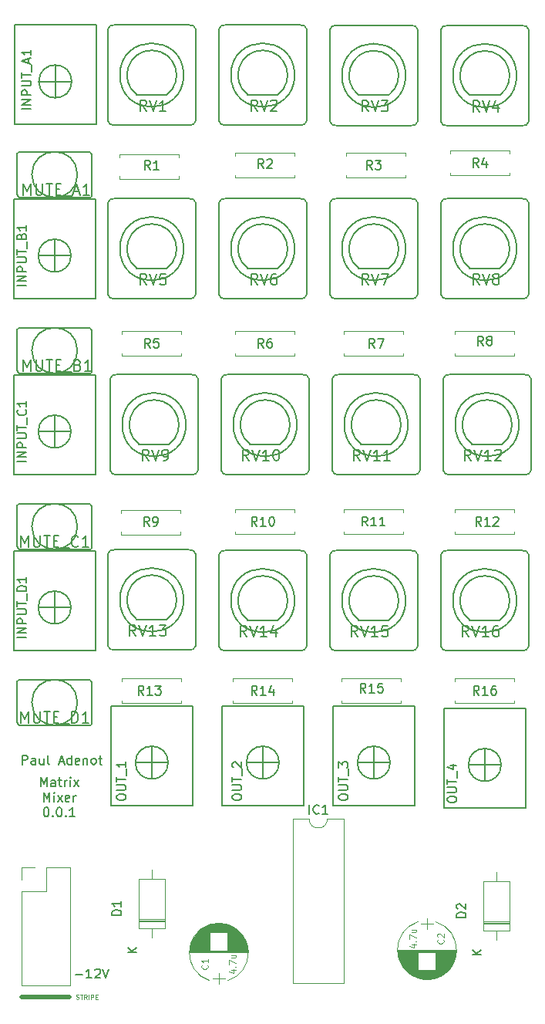
<source format=gto>
G04 #@! TF.GenerationSoftware,KiCad,Pcbnew,(5.1.2-1)-1*
G04 #@! TF.CreationDate,2019-11-10T13:08:31+01:00*
G04 #@! TF.ProjectId,matrix-mixer,6d617472-6978-42d6-9d69-7865722e6b69,rev?*
G04 #@! TF.SameCoordinates,Original*
G04 #@! TF.FileFunction,Legend,Top*
G04 #@! TF.FilePolarity,Positive*
%FSLAX46Y46*%
G04 Gerber Fmt 4.6, Leading zero omitted, Abs format (unit mm)*
G04 Created by KiCad (PCBNEW (5.1.2-1)-1) date 2019-11-10 13:08:31*
%MOMM*%
%LPD*%
G04 APERTURE LIST*
%ADD10C,0.150000*%
%ADD11C,0.127000*%
%ADD12C,0.120000*%
%ADD13C,0.500000*%
%ADD14C,0.152400*%
%ADD15C,0.100000*%
%ADD16C,0.125000*%
G04 APERTURE END LIST*
D10*
X23884190Y-100910380D02*
X23884190Y-99910380D01*
X24217523Y-100624666D01*
X24550857Y-99910380D01*
X24550857Y-100910380D01*
X25455619Y-100910380D02*
X25455619Y-100386571D01*
X25408000Y-100291333D01*
X25312761Y-100243714D01*
X25122285Y-100243714D01*
X25027047Y-100291333D01*
X25455619Y-100862761D02*
X25360380Y-100910380D01*
X25122285Y-100910380D01*
X25027047Y-100862761D01*
X24979428Y-100767523D01*
X24979428Y-100672285D01*
X25027047Y-100577047D01*
X25122285Y-100529428D01*
X25360380Y-100529428D01*
X25455619Y-100481809D01*
X25788952Y-100243714D02*
X26169904Y-100243714D01*
X25931809Y-99910380D02*
X25931809Y-100767523D01*
X25979428Y-100862761D01*
X26074666Y-100910380D01*
X26169904Y-100910380D01*
X26503238Y-100910380D02*
X26503238Y-100243714D01*
X26503238Y-100434190D02*
X26550857Y-100338952D01*
X26598476Y-100291333D01*
X26693714Y-100243714D01*
X26788952Y-100243714D01*
X27122285Y-100910380D02*
X27122285Y-100243714D01*
X27122285Y-99910380D02*
X27074666Y-99958000D01*
X27122285Y-100005619D01*
X27169904Y-99958000D01*
X27122285Y-99910380D01*
X27122285Y-100005619D01*
X27503238Y-100910380D02*
X28027047Y-100243714D01*
X27503238Y-100243714D02*
X28027047Y-100910380D01*
X24193714Y-102560380D02*
X24193714Y-101560380D01*
X24527047Y-102274666D01*
X24860380Y-101560380D01*
X24860380Y-102560380D01*
X25336571Y-102560380D02*
X25336571Y-101893714D01*
X25336571Y-101560380D02*
X25288952Y-101608000D01*
X25336571Y-101655619D01*
X25384190Y-101608000D01*
X25336571Y-101560380D01*
X25336571Y-101655619D01*
X25717523Y-102560380D02*
X26241333Y-101893714D01*
X25717523Y-101893714D02*
X26241333Y-102560380D01*
X27003238Y-102512761D02*
X26908000Y-102560380D01*
X26717523Y-102560380D01*
X26622285Y-102512761D01*
X26574666Y-102417523D01*
X26574666Y-102036571D01*
X26622285Y-101941333D01*
X26717523Y-101893714D01*
X26908000Y-101893714D01*
X27003238Y-101941333D01*
X27050857Y-102036571D01*
X27050857Y-102131809D01*
X26574666Y-102227047D01*
X27479428Y-102560380D02*
X27479428Y-101893714D01*
X27479428Y-102084190D02*
X27527047Y-101988952D01*
X27574666Y-101941333D01*
X27669904Y-101893714D01*
X27765142Y-101893714D01*
X24431809Y-103210380D02*
X24527047Y-103210380D01*
X24622285Y-103258000D01*
X24669904Y-103305619D01*
X24717523Y-103400857D01*
X24765142Y-103591333D01*
X24765142Y-103829428D01*
X24717523Y-104019904D01*
X24669904Y-104115142D01*
X24622285Y-104162761D01*
X24527047Y-104210380D01*
X24431809Y-104210380D01*
X24336571Y-104162761D01*
X24288952Y-104115142D01*
X24241333Y-104019904D01*
X24193714Y-103829428D01*
X24193714Y-103591333D01*
X24241333Y-103400857D01*
X24288952Y-103305619D01*
X24336571Y-103258000D01*
X24431809Y-103210380D01*
X25193714Y-104115142D02*
X25241333Y-104162761D01*
X25193714Y-104210380D01*
X25146095Y-104162761D01*
X25193714Y-104115142D01*
X25193714Y-104210380D01*
X25860380Y-103210380D02*
X25955619Y-103210380D01*
X26050857Y-103258000D01*
X26098476Y-103305619D01*
X26146095Y-103400857D01*
X26193714Y-103591333D01*
X26193714Y-103829428D01*
X26146095Y-104019904D01*
X26098476Y-104115142D01*
X26050857Y-104162761D01*
X25955619Y-104210380D01*
X25860380Y-104210380D01*
X25765142Y-104162761D01*
X25717523Y-104115142D01*
X25669904Y-104019904D01*
X25622285Y-103829428D01*
X25622285Y-103591333D01*
X25669904Y-103400857D01*
X25717523Y-103305619D01*
X25765142Y-103258000D01*
X25860380Y-103210380D01*
X26622285Y-104115142D02*
X26669904Y-104162761D01*
X26622285Y-104210380D01*
X26574666Y-104162761D01*
X26622285Y-104115142D01*
X26622285Y-104210380D01*
X27622285Y-104210380D02*
X27050857Y-104210380D01*
X27336571Y-104210380D02*
X27336571Y-103210380D01*
X27241333Y-103353238D01*
X27146095Y-103448476D01*
X27050857Y-103496095D01*
X21852476Y-98496380D02*
X21852476Y-97496380D01*
X22233428Y-97496380D01*
X22328666Y-97544000D01*
X22376285Y-97591619D01*
X22423904Y-97686857D01*
X22423904Y-97829714D01*
X22376285Y-97924952D01*
X22328666Y-97972571D01*
X22233428Y-98020190D01*
X21852476Y-98020190D01*
X23281047Y-98496380D02*
X23281047Y-97972571D01*
X23233428Y-97877333D01*
X23138190Y-97829714D01*
X22947714Y-97829714D01*
X22852476Y-97877333D01*
X23281047Y-98448761D02*
X23185809Y-98496380D01*
X22947714Y-98496380D01*
X22852476Y-98448761D01*
X22804857Y-98353523D01*
X22804857Y-98258285D01*
X22852476Y-98163047D01*
X22947714Y-98115428D01*
X23185809Y-98115428D01*
X23281047Y-98067809D01*
X24185809Y-97829714D02*
X24185809Y-98496380D01*
X23757238Y-97829714D02*
X23757238Y-98353523D01*
X23804857Y-98448761D01*
X23900095Y-98496380D01*
X24042952Y-98496380D01*
X24138190Y-98448761D01*
X24185809Y-98401142D01*
X24804857Y-98496380D02*
X24709619Y-98448761D01*
X24662000Y-98353523D01*
X24662000Y-97496380D01*
X25900095Y-98210666D02*
X26376285Y-98210666D01*
X25804857Y-98496380D02*
X26138190Y-97496380D01*
X26471523Y-98496380D01*
X27233428Y-98496380D02*
X27233428Y-97496380D01*
X27233428Y-98448761D02*
X27138190Y-98496380D01*
X26947714Y-98496380D01*
X26852476Y-98448761D01*
X26804857Y-98401142D01*
X26757238Y-98305904D01*
X26757238Y-98020190D01*
X26804857Y-97924952D01*
X26852476Y-97877333D01*
X26947714Y-97829714D01*
X27138190Y-97829714D01*
X27233428Y-97877333D01*
X28090571Y-98448761D02*
X27995333Y-98496380D01*
X27804857Y-98496380D01*
X27709619Y-98448761D01*
X27662000Y-98353523D01*
X27662000Y-97972571D01*
X27709619Y-97877333D01*
X27804857Y-97829714D01*
X27995333Y-97829714D01*
X28090571Y-97877333D01*
X28138190Y-97972571D01*
X28138190Y-98067809D01*
X27662000Y-98163047D01*
X28566761Y-97829714D02*
X28566761Y-98496380D01*
X28566761Y-97924952D02*
X28614380Y-97877333D01*
X28709619Y-97829714D01*
X28852476Y-97829714D01*
X28947714Y-97877333D01*
X28995333Y-97972571D01*
X28995333Y-98496380D01*
X29614380Y-98496380D02*
X29519142Y-98448761D01*
X29471523Y-98401142D01*
X29423904Y-98305904D01*
X29423904Y-98020190D01*
X29471523Y-97924952D01*
X29519142Y-97877333D01*
X29614380Y-97829714D01*
X29757238Y-97829714D01*
X29852476Y-97877333D01*
X29900095Y-97924952D01*
X29947714Y-98020190D01*
X29947714Y-98305904D01*
X29900095Y-98401142D01*
X29852476Y-98448761D01*
X29757238Y-98496380D01*
X29614380Y-98496380D01*
X30233428Y-97829714D02*
X30614380Y-97829714D01*
X30376285Y-97496380D02*
X30376285Y-98353523D01*
X30423904Y-98448761D01*
X30519142Y-98496380D01*
X30614380Y-98496380D01*
D11*
X76144163Y-80519843D02*
G75*
G03X76144163Y-80519843I-3500000J0D01*
G01*
X77498163Y-85509943D02*
G75*
G02X76734263Y-86019843I-636900J127000D01*
G01*
X68554063Y-86019843D02*
X76734263Y-86019843D01*
X68554063Y-86019843D02*
G75*
G02X67790163Y-85509943I-127000J636900D01*
G01*
X67790163Y-75529743D02*
X67790163Y-85509943D01*
X67790163Y-75529743D02*
G75*
G02X68554063Y-75019843I636900J-127000D01*
G01*
X76734263Y-75019843D02*
X68554063Y-75019843D01*
X76734263Y-75019843D02*
G75*
G02X77498163Y-75529743I127000J-636900D01*
G01*
X77498163Y-85509943D02*
X77498163Y-75529743D01*
D10*
X74295000Y-82677000D02*
G75*
G03X70993000Y-82677000I-1651000J2159000D01*
G01*
X70993000Y-82677000D02*
X74295000Y-82677000D01*
X58801000Y-82677000D02*
X62103000Y-82677000D01*
X62103000Y-82677000D02*
G75*
G03X58801000Y-82677000I-1651000J2159000D01*
G01*
D11*
X65306163Y-85509943D02*
X65306163Y-75529743D01*
X64542263Y-75019843D02*
G75*
G02X65306163Y-75529743I127000J-636900D01*
G01*
X64542263Y-75019843D02*
X56362063Y-75019843D01*
X55598163Y-75529743D02*
G75*
G02X56362063Y-75019843I636900J-127000D01*
G01*
X55598163Y-75529743D02*
X55598163Y-85509943D01*
X56362063Y-86019843D02*
G75*
G02X55598163Y-85509943I-127000J636900D01*
G01*
X56362063Y-86019843D02*
X64542263Y-86019843D01*
X65306163Y-85509943D02*
G75*
G02X64542263Y-86019843I-636900J127000D01*
G01*
X63952163Y-80519843D02*
G75*
G03X63952163Y-80519843I-3500000J0D01*
G01*
D10*
X46609000Y-82677000D02*
X49911000Y-82677000D01*
X49911000Y-82677000D02*
G75*
G03X46609000Y-82677000I-1651000J2159000D01*
G01*
D11*
X53114163Y-85509943D02*
X53114163Y-75529743D01*
X52350263Y-75019843D02*
G75*
G02X53114163Y-75529743I127000J-636900D01*
G01*
X52350263Y-75019843D02*
X44170063Y-75019843D01*
X43406163Y-75529743D02*
G75*
G02X44170063Y-75019843I636900J-127000D01*
G01*
X43406163Y-75529743D02*
X43406163Y-85509943D01*
X44170063Y-86019843D02*
G75*
G02X43406163Y-85509943I-127000J636900D01*
G01*
X44170063Y-86019843D02*
X52350263Y-86019843D01*
X53114163Y-85509943D02*
G75*
G02X52350263Y-86019843I-636900J127000D01*
G01*
X51760163Y-80519843D02*
G75*
G03X51760163Y-80519843I-3500000J0D01*
G01*
X39568163Y-80443643D02*
G75*
G03X39568163Y-80443643I-3500000J0D01*
G01*
X40922163Y-85433743D02*
G75*
G02X40158263Y-85943643I-636900J127000D01*
G01*
X31978063Y-85943643D02*
X40158263Y-85943643D01*
X31978063Y-85943643D02*
G75*
G02X31214163Y-85433743I-127000J636900D01*
G01*
X31214163Y-75453543D02*
X31214163Y-85433743D01*
X31214163Y-75453543D02*
G75*
G02X31978063Y-74943643I636900J-127000D01*
G01*
X40158263Y-74943643D02*
X31978063Y-74943643D01*
X40158263Y-74943643D02*
G75*
G02X40922163Y-75453543I127000J-636900D01*
G01*
X40922163Y-85433743D02*
X40922163Y-75453543D01*
D10*
X37719000Y-82600800D02*
G75*
G03X34417000Y-82600800I-1651000J2159000D01*
G01*
X34417000Y-82600800D02*
X37719000Y-82600800D01*
D11*
X76398163Y-61215843D02*
G75*
G03X76398163Y-61215843I-3500000J0D01*
G01*
X77752163Y-66205943D02*
G75*
G02X76988263Y-66715843I-636900J127000D01*
G01*
X68808063Y-66715843D02*
X76988263Y-66715843D01*
X68808063Y-66715843D02*
G75*
G02X68044163Y-66205943I-127000J636900D01*
G01*
X68044163Y-56225743D02*
X68044163Y-66205943D01*
X68044163Y-56225743D02*
G75*
G02X68808063Y-55715843I636900J-127000D01*
G01*
X76988263Y-55715843D02*
X68808063Y-55715843D01*
X76988263Y-55715843D02*
G75*
G02X77752163Y-56225743I127000J-636900D01*
G01*
X77752163Y-66205943D02*
X77752163Y-56225743D01*
D10*
X74549000Y-63373000D02*
G75*
G03X71247000Y-63373000I-1651000J2159000D01*
G01*
X71247000Y-63373000D02*
X74549000Y-63373000D01*
X59055000Y-63373000D02*
X62357000Y-63373000D01*
X62357000Y-63373000D02*
G75*
G03X59055000Y-63373000I-1651000J2159000D01*
G01*
D11*
X65560163Y-66205943D02*
X65560163Y-56225743D01*
X64796263Y-55715843D02*
G75*
G02X65560163Y-56225743I127000J-636900D01*
G01*
X64796263Y-55715843D02*
X56616063Y-55715843D01*
X55852163Y-56225743D02*
G75*
G02X56616063Y-55715843I636900J-127000D01*
G01*
X55852163Y-56225743D02*
X55852163Y-66205943D01*
X56616063Y-66715843D02*
G75*
G02X55852163Y-66205943I-127000J636900D01*
G01*
X56616063Y-66715843D02*
X64796263Y-66715843D01*
X65560163Y-66205943D02*
G75*
G02X64796263Y-66715843I-636900J127000D01*
G01*
X64206163Y-61215843D02*
G75*
G03X64206163Y-61215843I-3500000J0D01*
G01*
D10*
X46863000Y-63373000D02*
X50165000Y-63373000D01*
X50165000Y-63373000D02*
G75*
G03X46863000Y-63373000I-1651000J2159000D01*
G01*
D11*
X53368163Y-66205943D02*
X53368163Y-56225743D01*
X52604263Y-55715843D02*
G75*
G02X53368163Y-56225743I127000J-636900D01*
G01*
X52604263Y-55715843D02*
X44424063Y-55715843D01*
X43660163Y-56225743D02*
G75*
G02X44424063Y-55715843I636900J-127000D01*
G01*
X43660163Y-56225743D02*
X43660163Y-66205943D01*
X44424063Y-66715843D02*
G75*
G02X43660163Y-66205943I-127000J636900D01*
G01*
X44424063Y-66715843D02*
X52604263Y-66715843D01*
X53368163Y-66205943D02*
G75*
G02X52604263Y-66715843I-636900J127000D01*
G01*
X52014163Y-61215843D02*
G75*
G03X52014163Y-61215843I-3500000J0D01*
G01*
X39822163Y-61215843D02*
G75*
G03X39822163Y-61215843I-3500000J0D01*
G01*
X41176163Y-66205943D02*
G75*
G02X40412263Y-66715843I-636900J127000D01*
G01*
X32232063Y-66715843D02*
X40412263Y-66715843D01*
X32232063Y-66715843D02*
G75*
G02X31468163Y-66205943I-127000J636900D01*
G01*
X31468163Y-56225743D02*
X31468163Y-66205943D01*
X31468163Y-56225743D02*
G75*
G02X32232063Y-55715843I636900J-127000D01*
G01*
X40412263Y-55715843D02*
X32232063Y-55715843D01*
X40412263Y-55715843D02*
G75*
G02X41176163Y-56225743I127000J-636900D01*
G01*
X41176163Y-66205943D02*
X41176163Y-56225743D01*
D10*
X37973000Y-63373000D02*
G75*
G03X34671000Y-63373000I-1651000J2159000D01*
G01*
X34671000Y-63373000D02*
X37973000Y-63373000D01*
D11*
X76144163Y-41911843D02*
G75*
G03X76144163Y-41911843I-3500000J0D01*
G01*
X77498163Y-46901943D02*
G75*
G02X76734263Y-47411843I-636900J127000D01*
G01*
X68554063Y-47411843D02*
X76734263Y-47411843D01*
X68554063Y-47411843D02*
G75*
G02X67790163Y-46901943I-127000J636900D01*
G01*
X67790163Y-36921743D02*
X67790163Y-46901943D01*
X67790163Y-36921743D02*
G75*
G02X68554063Y-36411843I636900J-127000D01*
G01*
X76734263Y-36411843D02*
X68554063Y-36411843D01*
X76734263Y-36411843D02*
G75*
G02X77498163Y-36921743I127000J-636900D01*
G01*
X77498163Y-46901943D02*
X77498163Y-36921743D01*
D10*
X74295000Y-44069000D02*
G75*
G03X70993000Y-44069000I-1651000J2159000D01*
G01*
X70993000Y-44069000D02*
X74295000Y-44069000D01*
X58801000Y-44069000D02*
X62103000Y-44069000D01*
X62103000Y-44069000D02*
G75*
G03X58801000Y-44069000I-1651000J2159000D01*
G01*
D11*
X65306163Y-46901943D02*
X65306163Y-36921743D01*
X64542263Y-36411843D02*
G75*
G02X65306163Y-36921743I127000J-636900D01*
G01*
X64542263Y-36411843D02*
X56362063Y-36411843D01*
X55598163Y-36921743D02*
G75*
G02X56362063Y-36411843I636900J-127000D01*
G01*
X55598163Y-36921743D02*
X55598163Y-46901943D01*
X56362063Y-47411843D02*
G75*
G02X55598163Y-46901943I-127000J636900D01*
G01*
X56362063Y-47411843D02*
X64542263Y-47411843D01*
X65306163Y-46901943D02*
G75*
G02X64542263Y-47411843I-636900J127000D01*
G01*
X63952163Y-41911843D02*
G75*
G03X63952163Y-41911843I-3500000J0D01*
G01*
X51760163Y-41911843D02*
G75*
G03X51760163Y-41911843I-3500000J0D01*
G01*
X53114163Y-46901943D02*
G75*
G02X52350263Y-47411843I-636900J127000D01*
G01*
X44170063Y-47411843D02*
X52350263Y-47411843D01*
X44170063Y-47411843D02*
G75*
G02X43406163Y-46901943I-127000J636900D01*
G01*
X43406163Y-36921743D02*
X43406163Y-46901943D01*
X43406163Y-36921743D02*
G75*
G02X44170063Y-36411843I636900J-127000D01*
G01*
X52350263Y-36411843D02*
X44170063Y-36411843D01*
X52350263Y-36411843D02*
G75*
G02X53114163Y-36921743I127000J-636900D01*
G01*
X53114163Y-46901943D02*
X53114163Y-36921743D01*
D10*
X49911000Y-44069000D02*
G75*
G03X46609000Y-44069000I-1651000J2159000D01*
G01*
X46609000Y-44069000D02*
X49911000Y-44069000D01*
X34417000Y-44069000D02*
X37719000Y-44069000D01*
X37719000Y-44069000D02*
G75*
G03X34417000Y-44069000I-1651000J2159000D01*
G01*
D11*
X40922163Y-46901943D02*
X40922163Y-36921743D01*
X40158263Y-36411843D02*
G75*
G02X40922163Y-36921743I127000J-636900D01*
G01*
X40158263Y-36411843D02*
X31978063Y-36411843D01*
X31214163Y-36921743D02*
G75*
G02X31978063Y-36411843I636900J-127000D01*
G01*
X31214163Y-36921743D02*
X31214163Y-46901943D01*
X31978063Y-47411843D02*
G75*
G02X31214163Y-46901943I-127000J636900D01*
G01*
X31978063Y-47411843D02*
X40158263Y-47411843D01*
X40922163Y-46901943D02*
G75*
G02X40158263Y-47411843I-636900J127000D01*
G01*
X39568163Y-41911843D02*
G75*
G03X39568163Y-41911843I-3500000J0D01*
G01*
D10*
X70993000Y-25081571D02*
X74295000Y-25081571D01*
X74295000Y-25081571D02*
G75*
G03X70993000Y-25081571I-1651000J2159000D01*
G01*
D11*
X77498163Y-27914514D02*
X77498163Y-17934314D01*
X76734263Y-17424414D02*
G75*
G02X77498163Y-17934314I127000J-636900D01*
G01*
X76734263Y-17424414D02*
X68554063Y-17424414D01*
X67790163Y-17934314D02*
G75*
G02X68554063Y-17424414I636900J-127000D01*
G01*
X67790163Y-17934314D02*
X67790163Y-27914514D01*
X68554063Y-28424414D02*
G75*
G02X67790163Y-27914514I-127000J636900D01*
G01*
X68554063Y-28424414D02*
X76734263Y-28424414D01*
X77498163Y-27914514D02*
G75*
G02X76734263Y-28424414I-636900J127000D01*
G01*
X76144163Y-22924414D02*
G75*
G03X76144163Y-22924414I-3500000J0D01*
G01*
X63952163Y-22903557D02*
G75*
G03X63952163Y-22903557I-3500000J0D01*
G01*
X65306163Y-27893657D02*
G75*
G02X64542263Y-28403557I-636900J127000D01*
G01*
X56362063Y-28403557D02*
X64542263Y-28403557D01*
X56362063Y-28403557D02*
G75*
G02X55598163Y-27893657I-127000J636900D01*
G01*
X55598163Y-17913457D02*
X55598163Y-27893657D01*
X55598163Y-17913457D02*
G75*
G02X56362063Y-17403557I636900J-127000D01*
G01*
X64542263Y-17403557D02*
X56362063Y-17403557D01*
X64542263Y-17403557D02*
G75*
G02X65306163Y-17913457I127000J-636900D01*
G01*
X65306163Y-27893657D02*
X65306163Y-17913457D01*
D10*
X62103000Y-25060714D02*
G75*
G03X58801000Y-25060714I-1651000J2159000D01*
G01*
X58801000Y-25060714D02*
X62103000Y-25060714D01*
D11*
X51760163Y-22861843D02*
G75*
G03X51760163Y-22861843I-3500000J0D01*
G01*
X53114163Y-27851943D02*
G75*
G02X52350263Y-28361843I-636900J127000D01*
G01*
X44170063Y-28361843D02*
X52350263Y-28361843D01*
X44170063Y-28361843D02*
G75*
G02X43406163Y-27851943I-127000J636900D01*
G01*
X43406163Y-17871743D02*
X43406163Y-27851943D01*
X43406163Y-17871743D02*
G75*
G02X44170063Y-17361843I636900J-127000D01*
G01*
X52350263Y-17361843D02*
X44170063Y-17361843D01*
X52350263Y-17361843D02*
G75*
G02X53114163Y-17871743I127000J-636900D01*
G01*
X53114163Y-27851943D02*
X53114163Y-17871743D01*
D10*
X49911000Y-25019000D02*
G75*
G03X46609000Y-25019000I-1651000J2159000D01*
G01*
X46609000Y-25019000D02*
X49911000Y-25019000D01*
X34417000Y-25019000D02*
X37719000Y-25019000D01*
X37719000Y-25019000D02*
G75*
G03X34417000Y-25019000I-1651000J2159000D01*
G01*
D11*
X40922163Y-27851943D02*
X40922163Y-17871743D01*
X40158263Y-17361843D02*
G75*
G02X40922163Y-17871743I127000J-636900D01*
G01*
X40158263Y-17361843D02*
X31978063Y-17361843D01*
X31214163Y-17871743D02*
G75*
G02X31978063Y-17361843I636900J-127000D01*
G01*
X31214163Y-17871743D02*
X31214163Y-27851943D01*
X31978063Y-28361843D02*
G75*
G02X31214163Y-27851943I-127000J636900D01*
G01*
X31978063Y-28361843D02*
X40158263Y-28361843D01*
X40922163Y-27851943D02*
G75*
G02X40158263Y-28361843I-636900J127000D01*
G01*
X39568163Y-22861843D02*
G75*
G03X39568163Y-22861843I-3500000J0D01*
G01*
D12*
X75914000Y-91794000D02*
X75914000Y-91464000D01*
X69374000Y-91794000D02*
X75914000Y-91794000D01*
X69374000Y-91464000D02*
X69374000Y-91794000D01*
X75914000Y-89054000D02*
X75914000Y-89384000D01*
X69374000Y-89054000D02*
X75914000Y-89054000D01*
X69374000Y-89384000D02*
X69374000Y-89054000D01*
X56928000Y-89384000D02*
X56928000Y-89054000D01*
X56928000Y-89054000D02*
X63468000Y-89054000D01*
X63468000Y-89054000D02*
X63468000Y-89384000D01*
X56928000Y-91464000D02*
X56928000Y-91794000D01*
X56928000Y-91794000D02*
X63468000Y-91794000D01*
X63468000Y-91794000D02*
X63468000Y-91464000D01*
X44990000Y-89054000D02*
X44990000Y-89384000D01*
X51530000Y-89054000D02*
X44990000Y-89054000D01*
X51530000Y-89384000D02*
X51530000Y-89054000D01*
X44990000Y-91794000D02*
X44990000Y-91464000D01*
X51530000Y-91794000D02*
X44990000Y-91794000D01*
X51530000Y-91464000D02*
X51530000Y-91794000D01*
X32798000Y-89384000D02*
X32798000Y-89054000D01*
X32798000Y-89054000D02*
X39338000Y-89054000D01*
X39338000Y-89054000D02*
X39338000Y-89384000D01*
X32798000Y-91464000D02*
X32798000Y-91794000D01*
X32798000Y-91794000D02*
X39338000Y-91794000D01*
X39338000Y-91794000D02*
X39338000Y-91464000D01*
X75914000Y-73252000D02*
X75914000Y-72922000D01*
X69374000Y-73252000D02*
X75914000Y-73252000D01*
X69374000Y-72922000D02*
X69374000Y-73252000D01*
X75914000Y-70512000D02*
X75914000Y-70842000D01*
X69374000Y-70512000D02*
X75914000Y-70512000D01*
X69374000Y-70842000D02*
X69374000Y-70512000D01*
X57182000Y-70842000D02*
X57182000Y-70512000D01*
X57182000Y-70512000D02*
X63722000Y-70512000D01*
X63722000Y-70512000D02*
X63722000Y-70842000D01*
X57182000Y-72922000D02*
X57182000Y-73252000D01*
X57182000Y-73252000D02*
X63722000Y-73252000D01*
X63722000Y-73252000D02*
X63722000Y-72922000D01*
X51784000Y-72922000D02*
X51784000Y-73252000D01*
X51784000Y-73252000D02*
X45244000Y-73252000D01*
X45244000Y-73252000D02*
X45244000Y-72922000D01*
X51784000Y-70842000D02*
X51784000Y-70512000D01*
X51784000Y-70512000D02*
X45244000Y-70512000D01*
X45244000Y-70512000D02*
X45244000Y-70842000D01*
X32683700Y-70918200D02*
X32683700Y-70588200D01*
X32683700Y-70588200D02*
X39223700Y-70588200D01*
X39223700Y-70588200D02*
X39223700Y-70918200D01*
X32683700Y-72998200D02*
X32683700Y-73328200D01*
X32683700Y-73328200D02*
X39223700Y-73328200D01*
X39223700Y-73328200D02*
X39223700Y-72998200D01*
X69374000Y-51284000D02*
X69374000Y-50954000D01*
X69374000Y-50954000D02*
X75914000Y-50954000D01*
X75914000Y-50954000D02*
X75914000Y-51284000D01*
X69374000Y-53364000D02*
X69374000Y-53694000D01*
X69374000Y-53694000D02*
X75914000Y-53694000D01*
X75914000Y-53694000D02*
X75914000Y-53364000D01*
X63722000Y-53694000D02*
X63722000Y-53364000D01*
X57182000Y-53694000D02*
X63722000Y-53694000D01*
X57182000Y-53364000D02*
X57182000Y-53694000D01*
X63722000Y-50954000D02*
X63722000Y-51284000D01*
X57182000Y-50954000D02*
X63722000Y-50954000D01*
X57182000Y-51284000D02*
X57182000Y-50954000D01*
X51784000Y-53364000D02*
X51784000Y-53694000D01*
X51784000Y-53694000D02*
X45244000Y-53694000D01*
X45244000Y-53694000D02*
X45244000Y-53364000D01*
X51784000Y-51284000D02*
X51784000Y-50954000D01*
X51784000Y-50954000D02*
X45244000Y-50954000D01*
X45244000Y-50954000D02*
X45244000Y-51284000D01*
X39338000Y-53694000D02*
X39338000Y-53364000D01*
X32798000Y-53694000D02*
X39338000Y-53694000D01*
X32798000Y-53364000D02*
X32798000Y-53694000D01*
X39338000Y-50954000D02*
X39338000Y-51284000D01*
X32798000Y-50954000D02*
X39338000Y-50954000D01*
X32798000Y-51284000D02*
X32798000Y-50954000D01*
X68866000Y-31472000D02*
X68866000Y-31142000D01*
X68866000Y-31142000D02*
X75406000Y-31142000D01*
X75406000Y-31142000D02*
X75406000Y-31472000D01*
X68866000Y-33552000D02*
X68866000Y-33882000D01*
X68866000Y-33882000D02*
X75406000Y-33882000D01*
X75406000Y-33882000D02*
X75406000Y-33552000D01*
X63976000Y-34139026D02*
X63976000Y-33809026D01*
X57436000Y-34139026D02*
X63976000Y-34139026D01*
X57436000Y-33809026D02*
X57436000Y-34139026D01*
X63976000Y-31399026D02*
X63976000Y-31729026D01*
X57436000Y-31399026D02*
X63976000Y-31399026D01*
X57436000Y-31729026D02*
X57436000Y-31399026D01*
X51784000Y-33806000D02*
X51784000Y-34136000D01*
X51784000Y-34136000D02*
X45244000Y-34136000D01*
X45244000Y-34136000D02*
X45244000Y-33806000D01*
X51784000Y-31726000D02*
X51784000Y-31396000D01*
X51784000Y-31396000D02*
X45244000Y-31396000D01*
X45244000Y-31396000D02*
X45244000Y-31726000D01*
D11*
X21299999Y-93839999D02*
G75*
G03X21554000Y-94204000I308901J-55070D01*
G01*
X21300000Y-93840000D02*
X21300000Y-89348000D01*
X21554000Y-89184000D02*
G75*
G03X21300000Y-89348000I-45000J-209000D01*
G01*
X21554000Y-89184000D02*
X29046000Y-89184000D01*
X29500000Y-89548000D02*
G75*
G03X29046000Y-89184000I-409000J-45000D01*
G01*
X29500000Y-89548000D02*
X29500000Y-94040000D01*
X29146000Y-94204001D02*
G75*
G03X29500000Y-94040000I95046J258901D01*
G01*
X29146000Y-94204000D02*
X21554000Y-94204000D01*
X27900000Y-91694000D02*
G75*
G03X27900000Y-91694000I-2500000J0D01*
G01*
X27900000Y-72390000D02*
G75*
G03X27900000Y-72390000I-2500000J0D01*
G01*
X29146000Y-74900000D02*
X21554000Y-74900000D01*
X29146000Y-74900001D02*
G75*
G03X29500000Y-74736000I95046J258901D01*
G01*
X29500000Y-70244000D02*
X29500000Y-74736000D01*
X29500000Y-70244000D02*
G75*
G03X29046000Y-69880000I-409000J-45000D01*
G01*
X21554000Y-69880000D02*
X29046000Y-69880000D01*
X21554000Y-69880000D02*
G75*
G03X21300000Y-70044000I-45000J-209000D01*
G01*
X21300000Y-74536000D02*
X21300000Y-70044000D01*
X21299999Y-74535999D02*
G75*
G03X21554000Y-74900000I308901J-55070D01*
G01*
X27900000Y-53086000D02*
G75*
G03X27900000Y-53086000I-2500000J0D01*
G01*
X29146000Y-55596000D02*
X21554000Y-55596000D01*
X29146000Y-55596001D02*
G75*
G03X29500000Y-55432000I95046J258901D01*
G01*
X29500000Y-50940000D02*
X29500000Y-55432000D01*
X29500000Y-50940000D02*
G75*
G03X29046000Y-50576000I-409000J-45000D01*
G01*
X21554000Y-50576000D02*
X29046000Y-50576000D01*
X21554000Y-50576000D02*
G75*
G03X21300000Y-50740000I-45000J-209000D01*
G01*
X21300000Y-55232000D02*
X21300000Y-50740000D01*
X21299999Y-55231999D02*
G75*
G03X21554000Y-55596000I308901J-55070D01*
G01*
X21299999Y-35927999D02*
G75*
G03X21554000Y-36292000I308901J-55070D01*
G01*
X21300000Y-35928000D02*
X21300000Y-31436000D01*
X21554000Y-31272000D02*
G75*
G03X21300000Y-31436000I-45000J-209000D01*
G01*
X21554000Y-31272000D02*
X29046000Y-31272000D01*
X29500000Y-31636000D02*
G75*
G03X29046000Y-31272000I-409000J-45000D01*
G01*
X29500000Y-31636000D02*
X29500000Y-36128000D01*
X29146000Y-36292001D02*
G75*
G03X29500000Y-36128000I95046J258901D01*
G01*
X29146000Y-36292000D02*
X21554000Y-36292000D01*
X27900000Y-33782000D02*
G75*
G03X27900000Y-33782000I-2500000J0D01*
G01*
D10*
X68144000Y-92352000D02*
X77144000Y-92352000D01*
X68144000Y-103252000D02*
X77144000Y-103252000D01*
X68144000Y-92352000D02*
X68144000Y-103252000D01*
X77144000Y-92352000D02*
X77144000Y-103252000D01*
X74444000Y-98552000D02*
G75*
G03X74444000Y-98552000I-1800000J0D01*
G01*
X72644000Y-96752000D02*
X72644000Y-100352000D01*
X70844000Y-98552000D02*
X74444000Y-98552000D01*
X58652000Y-98298000D02*
X62252000Y-98298000D01*
X60452000Y-96498000D02*
X60452000Y-100098000D01*
X62252000Y-98298000D02*
G75*
G03X62252000Y-98298000I-1800000J0D01*
G01*
X64952000Y-92098000D02*
X64952000Y-102998000D01*
X55952000Y-92098000D02*
X55952000Y-102998000D01*
X55952000Y-102998000D02*
X64952000Y-102998000D01*
X55952000Y-92098000D02*
X64952000Y-92098000D01*
X46460000Y-98298000D02*
X50060000Y-98298000D01*
X48260000Y-96498000D02*
X48260000Y-100098000D01*
X50060000Y-98298000D02*
G75*
G03X50060000Y-98298000I-1800000J0D01*
G01*
X52760000Y-92098000D02*
X52760000Y-102998000D01*
X43760000Y-92098000D02*
X43760000Y-102998000D01*
X43760000Y-102998000D02*
X52760000Y-102998000D01*
X43760000Y-92098000D02*
X52760000Y-92098000D01*
X34268000Y-98298000D02*
X37868000Y-98298000D01*
X36068000Y-96498000D02*
X36068000Y-100098000D01*
X37868000Y-98298000D02*
G75*
G03X37868000Y-98298000I-1800000J0D01*
G01*
X40568000Y-92098000D02*
X40568000Y-102998000D01*
X31568000Y-92098000D02*
X31568000Y-102998000D01*
X31568000Y-102998000D02*
X40568000Y-102998000D01*
X31568000Y-92098000D02*
X40568000Y-92098000D01*
X23600000Y-81280000D02*
X27200000Y-81280000D01*
X25400000Y-79480000D02*
X25400000Y-83080000D01*
X27200000Y-81280000D02*
G75*
G03X27200000Y-81280000I-1800000J0D01*
G01*
X29900000Y-75080000D02*
X29900000Y-85980000D01*
X20900000Y-75080000D02*
X20900000Y-85980000D01*
X20900000Y-85980000D02*
X29900000Y-85980000D01*
X20900000Y-75080000D02*
X29900000Y-75080000D01*
X20900000Y-55776000D02*
X29900000Y-55776000D01*
X20900000Y-66676000D02*
X29900000Y-66676000D01*
X20900000Y-55776000D02*
X20900000Y-66676000D01*
X29900000Y-55776000D02*
X29900000Y-66676000D01*
X27200000Y-61976000D02*
G75*
G03X27200000Y-61976000I-1800000J0D01*
G01*
X25400000Y-60176000D02*
X25400000Y-63776000D01*
X23600000Y-61976000D02*
X27200000Y-61976000D01*
X20900000Y-36472000D02*
X29900000Y-36472000D01*
X20900000Y-47372000D02*
X29900000Y-47372000D01*
X20900000Y-36472000D02*
X20900000Y-47372000D01*
X29900000Y-36472000D02*
X29900000Y-47372000D01*
X27200000Y-42672000D02*
G75*
G03X27200000Y-42672000I-1800000J0D01*
G01*
X25400000Y-40872000D02*
X25400000Y-44472000D01*
X23600000Y-42672000D02*
X27200000Y-42672000D01*
X20974000Y-17360802D02*
X29974000Y-17360802D01*
X20974000Y-28260802D02*
X29974000Y-28260802D01*
X20974000Y-17360802D02*
X20974000Y-28260802D01*
X29974000Y-17360802D02*
X29974000Y-28260802D01*
X27274000Y-23560802D02*
G75*
G03X27274000Y-23560802I-1800000J0D01*
G01*
X25474000Y-21760802D02*
X25474000Y-25360802D01*
X23674000Y-23560802D02*
X27274000Y-23560802D01*
D12*
X55356000Y-104478000D02*
G75*
G02X53356000Y-104478000I-1000000J0D01*
G01*
X57126000Y-104478000D02*
X55356000Y-104478000D01*
X57126000Y-122498000D02*
X57126000Y-104478000D01*
X51586000Y-122498000D02*
X57126000Y-122498000D01*
X51586000Y-104478000D02*
X51586000Y-122498000D01*
X53356000Y-104478000D02*
X51586000Y-104478000D01*
X65314643Y-121940440D02*
G75*
G03X67274000Y-121940236I979357J3088440D01*
G01*
X65314643Y-121940440D02*
G75*
G02X65314000Y-115763764I979357J3088440D01*
G01*
X67273357Y-121940440D02*
G75*
G03X67274000Y-115763764I-979357J3088440D01*
G01*
X66944000Y-116002000D02*
X65644000Y-116002000D01*
X66294000Y-115402000D02*
X66294000Y-116602000D01*
X66762000Y-122053000D02*
X65826000Y-122053000D01*
X66970000Y-122013000D02*
X65618000Y-122013000D01*
X67128000Y-121973000D02*
X65460000Y-121973000D01*
X67260000Y-121933000D02*
X65328000Y-121933000D01*
X67375000Y-121893000D02*
X65213000Y-121893000D01*
X67478000Y-121853000D02*
X65110000Y-121853000D01*
X67572000Y-121813000D02*
X65016000Y-121813000D01*
X67658000Y-121773000D02*
X64930000Y-121773000D01*
X67739000Y-121733000D02*
X64849000Y-121733000D01*
X67814000Y-121693000D02*
X64774000Y-121693000D01*
X67885000Y-121653000D02*
X64703000Y-121653000D01*
X67952000Y-121613000D02*
X64636000Y-121613000D01*
X68015000Y-121573000D02*
X64573000Y-121573000D01*
X68075000Y-121533000D02*
X64513000Y-121533000D01*
X68133000Y-121493000D02*
X64455000Y-121493000D01*
X68188000Y-121453000D02*
X64400000Y-121453000D01*
X68240000Y-121413000D02*
X64348000Y-121413000D01*
X68291000Y-121373000D02*
X64297000Y-121373000D01*
X68339000Y-121333000D02*
X64249000Y-121333000D01*
X68386000Y-121293000D02*
X64202000Y-121293000D01*
X68431000Y-121253000D02*
X64157000Y-121253000D01*
X68474000Y-121213000D02*
X64114000Y-121213000D01*
X68516000Y-121173000D02*
X64072000Y-121173000D01*
X68556000Y-121133000D02*
X64032000Y-121133000D01*
X68595000Y-121093000D02*
X63993000Y-121093000D01*
X65314000Y-121053000D02*
X63955000Y-121053000D01*
X68633000Y-121053000D02*
X67274000Y-121053000D01*
X65314000Y-121013000D02*
X63919000Y-121013000D01*
X68669000Y-121013000D02*
X67274000Y-121013000D01*
X65314000Y-120973000D02*
X63883000Y-120973000D01*
X68705000Y-120973000D02*
X67274000Y-120973000D01*
X65314000Y-120933000D02*
X63849000Y-120933000D01*
X68739000Y-120933000D02*
X67274000Y-120933000D01*
X65314000Y-120893000D02*
X63816000Y-120893000D01*
X68772000Y-120893000D02*
X67274000Y-120893000D01*
X65314000Y-120853000D02*
X63784000Y-120853000D01*
X68804000Y-120853000D02*
X67274000Y-120853000D01*
X65314000Y-120813000D02*
X63754000Y-120813000D01*
X68834000Y-120813000D02*
X67274000Y-120813000D01*
X65314000Y-120773000D02*
X63724000Y-120773000D01*
X68864000Y-120773000D02*
X67274000Y-120773000D01*
X65314000Y-120733000D02*
X63695000Y-120733000D01*
X68893000Y-120733000D02*
X67274000Y-120733000D01*
X65314000Y-120693000D02*
X63667000Y-120693000D01*
X68921000Y-120693000D02*
X67274000Y-120693000D01*
X65314000Y-120653000D02*
X63640000Y-120653000D01*
X68948000Y-120653000D02*
X67274000Y-120653000D01*
X65314000Y-120613000D02*
X63613000Y-120613000D01*
X68975000Y-120613000D02*
X67274000Y-120613000D01*
X65314000Y-120573000D02*
X63588000Y-120573000D01*
X69000000Y-120573000D02*
X67274000Y-120573000D01*
X65314000Y-120533000D02*
X63563000Y-120533000D01*
X69025000Y-120533000D02*
X67274000Y-120533000D01*
X65314000Y-120493000D02*
X63539000Y-120493000D01*
X69049000Y-120493000D02*
X67274000Y-120493000D01*
X65314000Y-120453000D02*
X63516000Y-120453000D01*
X69072000Y-120453000D02*
X67274000Y-120453000D01*
X65314000Y-120413000D02*
X63494000Y-120413000D01*
X69094000Y-120413000D02*
X67274000Y-120413000D01*
X65314000Y-120373000D02*
X63472000Y-120373000D01*
X69116000Y-120373000D02*
X67274000Y-120373000D01*
X65314000Y-120333000D02*
X63451000Y-120333000D01*
X69137000Y-120333000D02*
X67274000Y-120333000D01*
X65314000Y-120293000D02*
X63431000Y-120293000D01*
X69157000Y-120293000D02*
X67274000Y-120293000D01*
X65314000Y-120253000D02*
X63412000Y-120253000D01*
X69176000Y-120253000D02*
X67274000Y-120253000D01*
X65314000Y-120213000D02*
X63393000Y-120213000D01*
X69195000Y-120213000D02*
X67274000Y-120213000D01*
X65314000Y-120173000D02*
X63375000Y-120173000D01*
X69213000Y-120173000D02*
X67274000Y-120173000D01*
X65314000Y-120133000D02*
X63357000Y-120133000D01*
X69231000Y-120133000D02*
X67274000Y-120133000D01*
X65314000Y-120093000D02*
X63340000Y-120093000D01*
X69248000Y-120093000D02*
X67274000Y-120093000D01*
X65314000Y-120053000D02*
X63324000Y-120053000D01*
X69264000Y-120053000D02*
X67274000Y-120053000D01*
X65314000Y-120013000D02*
X63308000Y-120013000D01*
X69280000Y-120013000D02*
X67274000Y-120013000D01*
X65314000Y-119973000D02*
X63293000Y-119973000D01*
X69295000Y-119973000D02*
X67274000Y-119973000D01*
X65314000Y-119933000D02*
X63279000Y-119933000D01*
X69309000Y-119933000D02*
X67274000Y-119933000D01*
X65314000Y-119893000D02*
X63265000Y-119893000D01*
X69323000Y-119893000D02*
X67274000Y-119893000D01*
X65314000Y-119853000D02*
X63252000Y-119853000D01*
X69336000Y-119853000D02*
X67274000Y-119853000D01*
X65314000Y-119813000D02*
X63239000Y-119813000D01*
X69349000Y-119813000D02*
X67274000Y-119813000D01*
X65314000Y-119773000D02*
X63227000Y-119773000D01*
X69361000Y-119773000D02*
X67274000Y-119773000D01*
X65314000Y-119733000D02*
X63215000Y-119733000D01*
X69373000Y-119733000D02*
X67274000Y-119733000D01*
X65314000Y-119693000D02*
X63204000Y-119693000D01*
X69384000Y-119693000D02*
X67274000Y-119693000D01*
X65314000Y-119653000D02*
X63194000Y-119653000D01*
X69394000Y-119653000D02*
X67274000Y-119653000D01*
X65314000Y-119613000D02*
X63184000Y-119613000D01*
X69404000Y-119613000D02*
X67274000Y-119613000D01*
X65314000Y-119573000D02*
X63175000Y-119573000D01*
X69413000Y-119573000D02*
X67274000Y-119573000D01*
X65314000Y-119532000D02*
X63166000Y-119532000D01*
X69422000Y-119532000D02*
X67274000Y-119532000D01*
X65314000Y-119492000D02*
X63157000Y-119492000D01*
X69431000Y-119492000D02*
X67274000Y-119492000D01*
X65314000Y-119452000D02*
X63150000Y-119452000D01*
X69438000Y-119452000D02*
X67274000Y-119452000D01*
X65314000Y-119412000D02*
X63142000Y-119412000D01*
X69446000Y-119412000D02*
X67274000Y-119412000D01*
X65314000Y-119372000D02*
X63136000Y-119372000D01*
X69452000Y-119372000D02*
X67274000Y-119372000D01*
X65314000Y-119332000D02*
X63129000Y-119332000D01*
X69459000Y-119332000D02*
X67274000Y-119332000D01*
X65314000Y-119292000D02*
X63124000Y-119292000D01*
X69464000Y-119292000D02*
X67274000Y-119292000D01*
X65314000Y-119252000D02*
X63118000Y-119252000D01*
X69470000Y-119252000D02*
X67274000Y-119252000D01*
X65314000Y-119212000D02*
X63114000Y-119212000D01*
X69474000Y-119212000D02*
X67274000Y-119212000D01*
X65314000Y-119172000D02*
X63109000Y-119172000D01*
X69479000Y-119172000D02*
X67274000Y-119172000D01*
X65314000Y-119132000D02*
X63106000Y-119132000D01*
X69482000Y-119132000D02*
X67274000Y-119132000D01*
X69486000Y-119092000D02*
X63102000Y-119092000D01*
X69488000Y-119052000D02*
X63100000Y-119052000D01*
X69491000Y-119012000D02*
X63097000Y-119012000D01*
X69492000Y-118972000D02*
X63096000Y-118972000D01*
X69494000Y-118932000D02*
X63094000Y-118932000D01*
X69494000Y-118892000D02*
X63094000Y-118892000D01*
X69494000Y-118852000D02*
X63094000Y-118852000D01*
X40234000Y-119146000D02*
X46634000Y-119146000D01*
X40234000Y-119106000D02*
X46634000Y-119106000D01*
X40234000Y-119066000D02*
X46634000Y-119066000D01*
X40236000Y-119026000D02*
X46632000Y-119026000D01*
X40237000Y-118986000D02*
X46631000Y-118986000D01*
X40240000Y-118946000D02*
X46628000Y-118946000D01*
X40242000Y-118906000D02*
X46626000Y-118906000D01*
X40246000Y-118866000D02*
X42454000Y-118866000D01*
X44414000Y-118866000D02*
X46622000Y-118866000D01*
X40249000Y-118826000D02*
X42454000Y-118826000D01*
X44414000Y-118826000D02*
X46619000Y-118826000D01*
X40254000Y-118786000D02*
X42454000Y-118786000D01*
X44414000Y-118786000D02*
X46614000Y-118786000D01*
X40258000Y-118746000D02*
X42454000Y-118746000D01*
X44414000Y-118746000D02*
X46610000Y-118746000D01*
X40264000Y-118706000D02*
X42454000Y-118706000D01*
X44414000Y-118706000D02*
X46604000Y-118706000D01*
X40269000Y-118666000D02*
X42454000Y-118666000D01*
X44414000Y-118666000D02*
X46599000Y-118666000D01*
X40276000Y-118626000D02*
X42454000Y-118626000D01*
X44414000Y-118626000D02*
X46592000Y-118626000D01*
X40282000Y-118586000D02*
X42454000Y-118586000D01*
X44414000Y-118586000D02*
X46586000Y-118586000D01*
X40290000Y-118546000D02*
X42454000Y-118546000D01*
X44414000Y-118546000D02*
X46578000Y-118546000D01*
X40297000Y-118506000D02*
X42454000Y-118506000D01*
X44414000Y-118506000D02*
X46571000Y-118506000D01*
X40306000Y-118466000D02*
X42454000Y-118466000D01*
X44414000Y-118466000D02*
X46562000Y-118466000D01*
X40315000Y-118425000D02*
X42454000Y-118425000D01*
X44414000Y-118425000D02*
X46553000Y-118425000D01*
X40324000Y-118385000D02*
X42454000Y-118385000D01*
X44414000Y-118385000D02*
X46544000Y-118385000D01*
X40334000Y-118345000D02*
X42454000Y-118345000D01*
X44414000Y-118345000D02*
X46534000Y-118345000D01*
X40344000Y-118305000D02*
X42454000Y-118305000D01*
X44414000Y-118305000D02*
X46524000Y-118305000D01*
X40355000Y-118265000D02*
X42454000Y-118265000D01*
X44414000Y-118265000D02*
X46513000Y-118265000D01*
X40367000Y-118225000D02*
X42454000Y-118225000D01*
X44414000Y-118225000D02*
X46501000Y-118225000D01*
X40379000Y-118185000D02*
X42454000Y-118185000D01*
X44414000Y-118185000D02*
X46489000Y-118185000D01*
X40392000Y-118145000D02*
X42454000Y-118145000D01*
X44414000Y-118145000D02*
X46476000Y-118145000D01*
X40405000Y-118105000D02*
X42454000Y-118105000D01*
X44414000Y-118105000D02*
X46463000Y-118105000D01*
X40419000Y-118065000D02*
X42454000Y-118065000D01*
X44414000Y-118065000D02*
X46449000Y-118065000D01*
X40433000Y-118025000D02*
X42454000Y-118025000D01*
X44414000Y-118025000D02*
X46435000Y-118025000D01*
X40448000Y-117985000D02*
X42454000Y-117985000D01*
X44414000Y-117985000D02*
X46420000Y-117985000D01*
X40464000Y-117945000D02*
X42454000Y-117945000D01*
X44414000Y-117945000D02*
X46404000Y-117945000D01*
X40480000Y-117905000D02*
X42454000Y-117905000D01*
X44414000Y-117905000D02*
X46388000Y-117905000D01*
X40497000Y-117865000D02*
X42454000Y-117865000D01*
X44414000Y-117865000D02*
X46371000Y-117865000D01*
X40515000Y-117825000D02*
X42454000Y-117825000D01*
X44414000Y-117825000D02*
X46353000Y-117825000D01*
X40533000Y-117785000D02*
X42454000Y-117785000D01*
X44414000Y-117785000D02*
X46335000Y-117785000D01*
X40552000Y-117745000D02*
X42454000Y-117745000D01*
X44414000Y-117745000D02*
X46316000Y-117745000D01*
X40571000Y-117705000D02*
X42454000Y-117705000D01*
X44414000Y-117705000D02*
X46297000Y-117705000D01*
X40591000Y-117665000D02*
X42454000Y-117665000D01*
X44414000Y-117665000D02*
X46277000Y-117665000D01*
X40612000Y-117625000D02*
X42454000Y-117625000D01*
X44414000Y-117625000D02*
X46256000Y-117625000D01*
X40634000Y-117585000D02*
X42454000Y-117585000D01*
X44414000Y-117585000D02*
X46234000Y-117585000D01*
X40656000Y-117545000D02*
X42454000Y-117545000D01*
X44414000Y-117545000D02*
X46212000Y-117545000D01*
X40679000Y-117505000D02*
X42454000Y-117505000D01*
X44414000Y-117505000D02*
X46189000Y-117505000D01*
X40703000Y-117465000D02*
X42454000Y-117465000D01*
X44414000Y-117465000D02*
X46165000Y-117465000D01*
X40728000Y-117425000D02*
X42454000Y-117425000D01*
X44414000Y-117425000D02*
X46140000Y-117425000D01*
X40753000Y-117385000D02*
X42454000Y-117385000D01*
X44414000Y-117385000D02*
X46115000Y-117385000D01*
X40780000Y-117345000D02*
X42454000Y-117345000D01*
X44414000Y-117345000D02*
X46088000Y-117345000D01*
X40807000Y-117305000D02*
X42454000Y-117305000D01*
X44414000Y-117305000D02*
X46061000Y-117305000D01*
X40835000Y-117265000D02*
X42454000Y-117265000D01*
X44414000Y-117265000D02*
X46033000Y-117265000D01*
X40864000Y-117225000D02*
X42454000Y-117225000D01*
X44414000Y-117225000D02*
X46004000Y-117225000D01*
X40894000Y-117185000D02*
X42454000Y-117185000D01*
X44414000Y-117185000D02*
X45974000Y-117185000D01*
X40924000Y-117145000D02*
X42454000Y-117145000D01*
X44414000Y-117145000D02*
X45944000Y-117145000D01*
X40956000Y-117105000D02*
X42454000Y-117105000D01*
X44414000Y-117105000D02*
X45912000Y-117105000D01*
X40989000Y-117065000D02*
X42454000Y-117065000D01*
X44414000Y-117065000D02*
X45879000Y-117065000D01*
X41023000Y-117025000D02*
X42454000Y-117025000D01*
X44414000Y-117025000D02*
X45845000Y-117025000D01*
X41059000Y-116985000D02*
X42454000Y-116985000D01*
X44414000Y-116985000D02*
X45809000Y-116985000D01*
X41095000Y-116945000D02*
X42454000Y-116945000D01*
X44414000Y-116945000D02*
X45773000Y-116945000D01*
X41133000Y-116905000D02*
X45735000Y-116905000D01*
X41172000Y-116865000D02*
X45696000Y-116865000D01*
X41212000Y-116825000D02*
X45656000Y-116825000D01*
X41254000Y-116785000D02*
X45614000Y-116785000D01*
X41297000Y-116745000D02*
X45571000Y-116745000D01*
X41342000Y-116705000D02*
X45526000Y-116705000D01*
X41389000Y-116665000D02*
X45479000Y-116665000D01*
X41437000Y-116625000D02*
X45431000Y-116625000D01*
X41488000Y-116585000D02*
X45380000Y-116585000D01*
X41540000Y-116545000D02*
X45328000Y-116545000D01*
X41595000Y-116505000D02*
X45273000Y-116505000D01*
X41653000Y-116465000D02*
X45215000Y-116465000D01*
X41713000Y-116425000D02*
X45155000Y-116425000D01*
X41776000Y-116385000D02*
X45092000Y-116385000D01*
X41843000Y-116345000D02*
X45025000Y-116345000D01*
X41914000Y-116305000D02*
X44954000Y-116305000D01*
X41989000Y-116265000D02*
X44879000Y-116265000D01*
X42070000Y-116225000D02*
X44798000Y-116225000D01*
X42156000Y-116185000D02*
X44712000Y-116185000D01*
X42250000Y-116145000D02*
X44618000Y-116145000D01*
X42353000Y-116105000D02*
X44515000Y-116105000D01*
X42468000Y-116065000D02*
X44400000Y-116065000D01*
X42600000Y-116025000D02*
X44268000Y-116025000D01*
X42758000Y-115985000D02*
X44110000Y-115985000D01*
X42966000Y-115945000D02*
X43902000Y-115945000D01*
X43434000Y-122596000D02*
X43434000Y-121396000D01*
X42784000Y-121996000D02*
X44084000Y-121996000D01*
X42454643Y-116057560D02*
G75*
G03X42454000Y-122234236I979357J-3088440D01*
G01*
X44413357Y-116057560D02*
G75*
G02X44414000Y-122234236I-979357J-3088440D01*
G01*
X44413357Y-116057560D02*
G75*
G03X42454000Y-116057764I-979357J-3088440D01*
G01*
X34598000Y-115732000D02*
X37538000Y-115732000D01*
X34598000Y-115492000D02*
X37538000Y-115492000D01*
X34598000Y-115612000D02*
X37538000Y-115612000D01*
X36068000Y-110052000D02*
X36068000Y-111072000D01*
X36068000Y-117532000D02*
X36068000Y-116512000D01*
X34598000Y-111072000D02*
X34598000Y-116512000D01*
X37538000Y-111072000D02*
X34598000Y-111072000D01*
X37538000Y-116512000D02*
X37538000Y-111072000D01*
X34598000Y-116512000D02*
X37538000Y-116512000D01*
X72444000Y-115986000D02*
X75384000Y-115986000D01*
X72444000Y-115746000D02*
X75384000Y-115746000D01*
X72444000Y-115866000D02*
X75384000Y-115866000D01*
X73914000Y-110306000D02*
X73914000Y-111326000D01*
X73914000Y-117786000D02*
X73914000Y-116766000D01*
X72444000Y-111326000D02*
X72444000Y-116766000D01*
X75384000Y-111326000D02*
X72444000Y-111326000D01*
X75384000Y-116766000D02*
X75384000Y-111326000D01*
X72444000Y-116766000D02*
X75384000Y-116766000D01*
D13*
X21801000Y-124015500D02*
X27051000Y-124015500D01*
D12*
X21800000Y-112440000D02*
X21800000Y-122720000D01*
X21800000Y-122720000D02*
X27120000Y-122720000D01*
X27120000Y-122720000D02*
X27120000Y-109780000D01*
X27120000Y-109780000D02*
X24460000Y-109780000D01*
X24460000Y-109780000D02*
X24460000Y-112440000D01*
X24460000Y-112440000D02*
X21800000Y-112440000D01*
X21800000Y-111170000D02*
X21800000Y-109780000D01*
X21800000Y-109780000D02*
X23190000Y-109780000D01*
X39084000Y-34267539D02*
X39084000Y-33937539D01*
X32544000Y-34267539D02*
X39084000Y-34267539D01*
X32544000Y-33937539D02*
X32544000Y-34267539D01*
X39084000Y-31527539D02*
X39084000Y-31857539D01*
X32544000Y-31527539D02*
X39084000Y-31527539D01*
X32544000Y-31857539D02*
X32544000Y-31527539D01*
D14*
X70887892Y-84473747D02*
X70485725Y-83899223D01*
X70198463Y-84473747D02*
X70198463Y-83267247D01*
X70658082Y-83267247D01*
X70772987Y-83324700D01*
X70830440Y-83382152D01*
X70887892Y-83497057D01*
X70887892Y-83669414D01*
X70830440Y-83784319D01*
X70772987Y-83841771D01*
X70658082Y-83899223D01*
X70198463Y-83899223D01*
X71232606Y-83267247D02*
X71634773Y-84473747D01*
X72036940Y-83267247D01*
X73071082Y-84473747D02*
X72381654Y-84473747D01*
X72726368Y-84473747D02*
X72726368Y-83267247D01*
X72611463Y-83439604D01*
X72496559Y-83554509D01*
X72381654Y-83611961D01*
X74105225Y-83267247D02*
X73875416Y-83267247D01*
X73760511Y-83324700D01*
X73703059Y-83382152D01*
X73588154Y-83554509D01*
X73530701Y-83784319D01*
X73530701Y-84243938D01*
X73588154Y-84358842D01*
X73645606Y-84416295D01*
X73760511Y-84473747D01*
X73990320Y-84473747D01*
X74105225Y-84416295D01*
X74162678Y-84358842D01*
X74220130Y-84243938D01*
X74220130Y-83956676D01*
X74162678Y-83841771D01*
X74105225Y-83784319D01*
X73990320Y-83726866D01*
X73760511Y-83726866D01*
X73645606Y-83784319D01*
X73588154Y-83841771D01*
X73530701Y-83956676D01*
X58695892Y-84473747D02*
X58293725Y-83899223D01*
X58006463Y-84473747D02*
X58006463Y-83267247D01*
X58466082Y-83267247D01*
X58580987Y-83324700D01*
X58638440Y-83382152D01*
X58695892Y-83497057D01*
X58695892Y-83669414D01*
X58638440Y-83784319D01*
X58580987Y-83841771D01*
X58466082Y-83899223D01*
X58006463Y-83899223D01*
X59040606Y-83267247D02*
X59442773Y-84473747D01*
X59844940Y-83267247D01*
X60879082Y-84473747D02*
X60189654Y-84473747D01*
X60534368Y-84473747D02*
X60534368Y-83267247D01*
X60419463Y-83439604D01*
X60304559Y-83554509D01*
X60189654Y-83611961D01*
X61970678Y-83267247D02*
X61396154Y-83267247D01*
X61338701Y-83841771D01*
X61396154Y-83784319D01*
X61511059Y-83726866D01*
X61798320Y-83726866D01*
X61913225Y-83784319D01*
X61970678Y-83841771D01*
X62028130Y-83956676D01*
X62028130Y-84243938D01*
X61970678Y-84358842D01*
X61913225Y-84416295D01*
X61798320Y-84473747D01*
X61511059Y-84473747D01*
X61396154Y-84416295D01*
X61338701Y-84358842D01*
X46503892Y-84473747D02*
X46101725Y-83899223D01*
X45814463Y-84473747D02*
X45814463Y-83267247D01*
X46274082Y-83267247D01*
X46388987Y-83324700D01*
X46446440Y-83382152D01*
X46503892Y-83497057D01*
X46503892Y-83669414D01*
X46446440Y-83784319D01*
X46388987Y-83841771D01*
X46274082Y-83899223D01*
X45814463Y-83899223D01*
X46848606Y-83267247D02*
X47250773Y-84473747D01*
X47652940Y-83267247D01*
X48687082Y-84473747D02*
X47997654Y-84473747D01*
X48342368Y-84473747D02*
X48342368Y-83267247D01*
X48227463Y-83439604D01*
X48112559Y-83554509D01*
X47997654Y-83611961D01*
X49721225Y-83669414D02*
X49721225Y-84473747D01*
X49433963Y-83209795D02*
X49146701Y-84071580D01*
X49893582Y-84071580D01*
X34311892Y-84397547D02*
X33909725Y-83823023D01*
X33622463Y-84397547D02*
X33622463Y-83191047D01*
X34082082Y-83191047D01*
X34196987Y-83248500D01*
X34254440Y-83305952D01*
X34311892Y-83420857D01*
X34311892Y-83593214D01*
X34254440Y-83708119D01*
X34196987Y-83765571D01*
X34082082Y-83823023D01*
X33622463Y-83823023D01*
X34656606Y-83191047D02*
X35058773Y-84397547D01*
X35460940Y-83191047D01*
X36495082Y-84397547D02*
X35805654Y-84397547D01*
X36150368Y-84397547D02*
X36150368Y-83191047D01*
X36035463Y-83363404D01*
X35920559Y-83478309D01*
X35805654Y-83535761D01*
X36897249Y-83191047D02*
X37644130Y-83191047D01*
X37241963Y-83650666D01*
X37414320Y-83650666D01*
X37529225Y-83708119D01*
X37586678Y-83765571D01*
X37644130Y-83880476D01*
X37644130Y-84167738D01*
X37586678Y-84282642D01*
X37529225Y-84340095D01*
X37414320Y-84397547D01*
X37069606Y-84397547D01*
X36954701Y-84340095D01*
X36897249Y-84282642D01*
X71141892Y-65169747D02*
X70739725Y-64595223D01*
X70452463Y-65169747D02*
X70452463Y-63963247D01*
X70912082Y-63963247D01*
X71026987Y-64020700D01*
X71084440Y-64078152D01*
X71141892Y-64193057D01*
X71141892Y-64365414D01*
X71084440Y-64480319D01*
X71026987Y-64537771D01*
X70912082Y-64595223D01*
X70452463Y-64595223D01*
X71486606Y-63963247D02*
X71888773Y-65169747D01*
X72290940Y-63963247D01*
X73325082Y-65169747D02*
X72635654Y-65169747D01*
X72980368Y-65169747D02*
X72980368Y-63963247D01*
X72865463Y-64135604D01*
X72750559Y-64250509D01*
X72635654Y-64307961D01*
X73784701Y-64078152D02*
X73842154Y-64020700D01*
X73957059Y-63963247D01*
X74244320Y-63963247D01*
X74359225Y-64020700D01*
X74416678Y-64078152D01*
X74474130Y-64193057D01*
X74474130Y-64307961D01*
X74416678Y-64480319D01*
X73727249Y-65169747D01*
X74474130Y-65169747D01*
X58949892Y-65169747D02*
X58547725Y-64595223D01*
X58260463Y-65169747D02*
X58260463Y-63963247D01*
X58720082Y-63963247D01*
X58834987Y-64020700D01*
X58892440Y-64078152D01*
X58949892Y-64193057D01*
X58949892Y-64365414D01*
X58892440Y-64480319D01*
X58834987Y-64537771D01*
X58720082Y-64595223D01*
X58260463Y-64595223D01*
X59294606Y-63963247D02*
X59696773Y-65169747D01*
X60098940Y-63963247D01*
X61133082Y-65169747D02*
X60443654Y-65169747D01*
X60788368Y-65169747D02*
X60788368Y-63963247D01*
X60673463Y-64135604D01*
X60558559Y-64250509D01*
X60443654Y-64307961D01*
X62282130Y-65169747D02*
X61592701Y-65169747D01*
X61937416Y-65169747D02*
X61937416Y-63963247D01*
X61822511Y-64135604D01*
X61707606Y-64250509D01*
X61592701Y-64307961D01*
X46757892Y-65169747D02*
X46355725Y-64595223D01*
X46068463Y-65169747D02*
X46068463Y-63963247D01*
X46528082Y-63963247D01*
X46642987Y-64020700D01*
X46700440Y-64078152D01*
X46757892Y-64193057D01*
X46757892Y-64365414D01*
X46700440Y-64480319D01*
X46642987Y-64537771D01*
X46528082Y-64595223D01*
X46068463Y-64595223D01*
X47102606Y-63963247D02*
X47504773Y-65169747D01*
X47906940Y-63963247D01*
X48941082Y-65169747D02*
X48251654Y-65169747D01*
X48596368Y-65169747D02*
X48596368Y-63963247D01*
X48481463Y-64135604D01*
X48366559Y-64250509D01*
X48251654Y-64307961D01*
X49687963Y-63963247D02*
X49802868Y-63963247D01*
X49917773Y-64020700D01*
X49975225Y-64078152D01*
X50032678Y-64193057D01*
X50090130Y-64422866D01*
X50090130Y-64710128D01*
X50032678Y-64939938D01*
X49975225Y-65054842D01*
X49917773Y-65112295D01*
X49802868Y-65169747D01*
X49687963Y-65169747D01*
X49573059Y-65112295D01*
X49515606Y-65054842D01*
X49458154Y-64939938D01*
X49400701Y-64710128D01*
X49400701Y-64422866D01*
X49458154Y-64193057D01*
X49515606Y-64078152D01*
X49573059Y-64020700D01*
X49687963Y-63963247D01*
X35714940Y-65169747D02*
X35312773Y-64595223D01*
X35025511Y-65169747D02*
X35025511Y-63963247D01*
X35485130Y-63963247D01*
X35600035Y-64020700D01*
X35657487Y-64078152D01*
X35714940Y-64193057D01*
X35714940Y-64365414D01*
X35657487Y-64480319D01*
X35600035Y-64537771D01*
X35485130Y-64595223D01*
X35025511Y-64595223D01*
X36059654Y-63963247D02*
X36461820Y-65169747D01*
X36863987Y-63963247D01*
X37323606Y-65169747D02*
X37553416Y-65169747D01*
X37668320Y-65112295D01*
X37725773Y-65054842D01*
X37840678Y-64882485D01*
X37898130Y-64652676D01*
X37898130Y-64193057D01*
X37840678Y-64078152D01*
X37783225Y-64020700D01*
X37668320Y-63963247D01*
X37438511Y-63963247D01*
X37323606Y-64020700D01*
X37266154Y-64078152D01*
X37208701Y-64193057D01*
X37208701Y-64480319D01*
X37266154Y-64595223D01*
X37323606Y-64652676D01*
X37438511Y-64710128D01*
X37668320Y-64710128D01*
X37783225Y-64652676D01*
X37840678Y-64595223D01*
X37898130Y-64480319D01*
X72036940Y-45865747D02*
X71634773Y-45291223D01*
X71347511Y-45865747D02*
X71347511Y-44659247D01*
X71807130Y-44659247D01*
X71922035Y-44716700D01*
X71979487Y-44774152D01*
X72036940Y-44889057D01*
X72036940Y-45061414D01*
X71979487Y-45176319D01*
X71922035Y-45233771D01*
X71807130Y-45291223D01*
X71347511Y-45291223D01*
X72381654Y-44659247D02*
X72783820Y-45865747D01*
X73185987Y-44659247D01*
X73760511Y-45176319D02*
X73645606Y-45118866D01*
X73588154Y-45061414D01*
X73530701Y-44946509D01*
X73530701Y-44889057D01*
X73588154Y-44774152D01*
X73645606Y-44716700D01*
X73760511Y-44659247D01*
X73990320Y-44659247D01*
X74105225Y-44716700D01*
X74162678Y-44774152D01*
X74220130Y-44889057D01*
X74220130Y-44946509D01*
X74162678Y-45061414D01*
X74105225Y-45118866D01*
X73990320Y-45176319D01*
X73760511Y-45176319D01*
X73645606Y-45233771D01*
X73588154Y-45291223D01*
X73530701Y-45406128D01*
X73530701Y-45635938D01*
X73588154Y-45750842D01*
X73645606Y-45808295D01*
X73760511Y-45865747D01*
X73990320Y-45865747D01*
X74105225Y-45808295D01*
X74162678Y-45750842D01*
X74220130Y-45635938D01*
X74220130Y-45406128D01*
X74162678Y-45291223D01*
X74105225Y-45233771D01*
X73990320Y-45176319D01*
X59844940Y-45865747D02*
X59442773Y-45291223D01*
X59155511Y-45865747D02*
X59155511Y-44659247D01*
X59615130Y-44659247D01*
X59730035Y-44716700D01*
X59787487Y-44774152D01*
X59844940Y-44889057D01*
X59844940Y-45061414D01*
X59787487Y-45176319D01*
X59730035Y-45233771D01*
X59615130Y-45291223D01*
X59155511Y-45291223D01*
X60189654Y-44659247D02*
X60591820Y-45865747D01*
X60993987Y-44659247D01*
X61281249Y-44659247D02*
X62085582Y-44659247D01*
X61568511Y-45865747D01*
X47652940Y-45865747D02*
X47250773Y-45291223D01*
X46963511Y-45865747D02*
X46963511Y-44659247D01*
X47423130Y-44659247D01*
X47538035Y-44716700D01*
X47595487Y-44774152D01*
X47652940Y-44889057D01*
X47652940Y-45061414D01*
X47595487Y-45176319D01*
X47538035Y-45233771D01*
X47423130Y-45291223D01*
X46963511Y-45291223D01*
X47997654Y-44659247D02*
X48399820Y-45865747D01*
X48801987Y-44659247D01*
X49721225Y-44659247D02*
X49491416Y-44659247D01*
X49376511Y-44716700D01*
X49319059Y-44774152D01*
X49204154Y-44946509D01*
X49146701Y-45176319D01*
X49146701Y-45635938D01*
X49204154Y-45750842D01*
X49261606Y-45808295D01*
X49376511Y-45865747D01*
X49606320Y-45865747D01*
X49721225Y-45808295D01*
X49778678Y-45750842D01*
X49836130Y-45635938D01*
X49836130Y-45348676D01*
X49778678Y-45233771D01*
X49721225Y-45176319D01*
X49606320Y-45118866D01*
X49376511Y-45118866D01*
X49261606Y-45176319D01*
X49204154Y-45233771D01*
X49146701Y-45348676D01*
X35460940Y-45865747D02*
X35058773Y-45291223D01*
X34771511Y-45865747D02*
X34771511Y-44659247D01*
X35231130Y-44659247D01*
X35346035Y-44716700D01*
X35403487Y-44774152D01*
X35460940Y-44889057D01*
X35460940Y-45061414D01*
X35403487Y-45176319D01*
X35346035Y-45233771D01*
X35231130Y-45291223D01*
X34771511Y-45291223D01*
X35805654Y-44659247D02*
X36207820Y-45865747D01*
X36609987Y-44659247D01*
X37586678Y-44659247D02*
X37012154Y-44659247D01*
X36954701Y-45233771D01*
X37012154Y-45176319D01*
X37127059Y-45118866D01*
X37414320Y-45118866D01*
X37529225Y-45176319D01*
X37586678Y-45233771D01*
X37644130Y-45348676D01*
X37644130Y-45635938D01*
X37586678Y-45750842D01*
X37529225Y-45808295D01*
X37414320Y-45865747D01*
X37127059Y-45865747D01*
X37012154Y-45808295D01*
X36954701Y-45750842D01*
X72036940Y-26878318D02*
X71634773Y-26303794D01*
X71347511Y-26878318D02*
X71347511Y-25671818D01*
X71807130Y-25671818D01*
X71922035Y-25729271D01*
X71979487Y-25786723D01*
X72036940Y-25901628D01*
X72036940Y-26073985D01*
X71979487Y-26188890D01*
X71922035Y-26246342D01*
X71807130Y-26303794D01*
X71347511Y-26303794D01*
X72381654Y-25671818D02*
X72783820Y-26878318D01*
X73185987Y-25671818D01*
X74105225Y-26073985D02*
X74105225Y-26878318D01*
X73817963Y-25614366D02*
X73530701Y-26476151D01*
X74277582Y-26476151D01*
X59844940Y-26857461D02*
X59442773Y-26282937D01*
X59155511Y-26857461D02*
X59155511Y-25650961D01*
X59615130Y-25650961D01*
X59730035Y-25708414D01*
X59787487Y-25765866D01*
X59844940Y-25880771D01*
X59844940Y-26053128D01*
X59787487Y-26168033D01*
X59730035Y-26225485D01*
X59615130Y-26282937D01*
X59155511Y-26282937D01*
X60189654Y-25650961D02*
X60591820Y-26857461D01*
X60993987Y-25650961D01*
X61281249Y-25650961D02*
X62028130Y-25650961D01*
X61625963Y-26110580D01*
X61798320Y-26110580D01*
X61913225Y-26168033D01*
X61970678Y-26225485D01*
X62028130Y-26340390D01*
X62028130Y-26627652D01*
X61970678Y-26742556D01*
X61913225Y-26800009D01*
X61798320Y-26857461D01*
X61453606Y-26857461D01*
X61338701Y-26800009D01*
X61281249Y-26742556D01*
X47652940Y-26815747D02*
X47250773Y-26241223D01*
X46963511Y-26815747D02*
X46963511Y-25609247D01*
X47423130Y-25609247D01*
X47538035Y-25666700D01*
X47595487Y-25724152D01*
X47652940Y-25839057D01*
X47652940Y-26011414D01*
X47595487Y-26126319D01*
X47538035Y-26183771D01*
X47423130Y-26241223D01*
X46963511Y-26241223D01*
X47997654Y-25609247D02*
X48399820Y-26815747D01*
X48801987Y-25609247D01*
X49146701Y-25724152D02*
X49204154Y-25666700D01*
X49319059Y-25609247D01*
X49606320Y-25609247D01*
X49721225Y-25666700D01*
X49778678Y-25724152D01*
X49836130Y-25839057D01*
X49836130Y-25953961D01*
X49778678Y-26126319D01*
X49089249Y-26815747D01*
X49836130Y-26815747D01*
X35460940Y-26815747D02*
X35058773Y-26241223D01*
X34771511Y-26815747D02*
X34771511Y-25609247D01*
X35231130Y-25609247D01*
X35346035Y-25666700D01*
X35403487Y-25724152D01*
X35460940Y-25839057D01*
X35460940Y-26011414D01*
X35403487Y-26126319D01*
X35346035Y-26183771D01*
X35231130Y-26241223D01*
X34771511Y-26241223D01*
X35805654Y-25609247D02*
X36207820Y-26815747D01*
X36609987Y-25609247D01*
X37644130Y-26815747D02*
X36954701Y-26815747D01*
X37299416Y-26815747D02*
X37299416Y-25609247D01*
X37184511Y-25781604D01*
X37069606Y-25896509D01*
X36954701Y-25953961D01*
D10*
X72001142Y-90876380D02*
X71667809Y-90400190D01*
X71429714Y-90876380D02*
X71429714Y-89876380D01*
X71810666Y-89876380D01*
X71905904Y-89924000D01*
X71953523Y-89971619D01*
X72001142Y-90066857D01*
X72001142Y-90209714D01*
X71953523Y-90304952D01*
X71905904Y-90352571D01*
X71810666Y-90400190D01*
X71429714Y-90400190D01*
X72953523Y-90876380D02*
X72382095Y-90876380D01*
X72667809Y-90876380D02*
X72667809Y-89876380D01*
X72572571Y-90019238D01*
X72477333Y-90114476D01*
X72382095Y-90162095D01*
X73810666Y-89876380D02*
X73620190Y-89876380D01*
X73524952Y-89924000D01*
X73477333Y-89971619D01*
X73382095Y-90114476D01*
X73334476Y-90304952D01*
X73334476Y-90685904D01*
X73382095Y-90781142D01*
X73429714Y-90828761D01*
X73524952Y-90876380D01*
X73715428Y-90876380D01*
X73810666Y-90828761D01*
X73858285Y-90781142D01*
X73905904Y-90685904D01*
X73905904Y-90447809D01*
X73858285Y-90352571D01*
X73810666Y-90304952D01*
X73715428Y-90257333D01*
X73524952Y-90257333D01*
X73429714Y-90304952D01*
X73382095Y-90352571D01*
X73334476Y-90447809D01*
X59555142Y-90622380D02*
X59221809Y-90146190D01*
X58983714Y-90622380D02*
X58983714Y-89622380D01*
X59364666Y-89622380D01*
X59459904Y-89670000D01*
X59507523Y-89717619D01*
X59555142Y-89812857D01*
X59555142Y-89955714D01*
X59507523Y-90050952D01*
X59459904Y-90098571D01*
X59364666Y-90146190D01*
X58983714Y-90146190D01*
X60507523Y-90622380D02*
X59936095Y-90622380D01*
X60221809Y-90622380D02*
X60221809Y-89622380D01*
X60126571Y-89765238D01*
X60031333Y-89860476D01*
X59936095Y-89908095D01*
X61412285Y-89622380D02*
X60936095Y-89622380D01*
X60888476Y-90098571D01*
X60936095Y-90050952D01*
X61031333Y-90003333D01*
X61269428Y-90003333D01*
X61364666Y-90050952D01*
X61412285Y-90098571D01*
X61459904Y-90193809D01*
X61459904Y-90431904D01*
X61412285Y-90527142D01*
X61364666Y-90574761D01*
X61269428Y-90622380D01*
X61031333Y-90622380D01*
X60936095Y-90574761D01*
X60888476Y-90527142D01*
X47617142Y-90876380D02*
X47283809Y-90400190D01*
X47045714Y-90876380D02*
X47045714Y-89876380D01*
X47426666Y-89876380D01*
X47521904Y-89924000D01*
X47569523Y-89971619D01*
X47617142Y-90066857D01*
X47617142Y-90209714D01*
X47569523Y-90304952D01*
X47521904Y-90352571D01*
X47426666Y-90400190D01*
X47045714Y-90400190D01*
X48569523Y-90876380D02*
X47998095Y-90876380D01*
X48283809Y-90876380D02*
X48283809Y-89876380D01*
X48188571Y-90019238D01*
X48093333Y-90114476D01*
X47998095Y-90162095D01*
X49426666Y-90209714D02*
X49426666Y-90876380D01*
X49188571Y-89828761D02*
X48950476Y-90543047D01*
X49569523Y-90543047D01*
X35171142Y-90876380D02*
X34837809Y-90400190D01*
X34599714Y-90876380D02*
X34599714Y-89876380D01*
X34980666Y-89876380D01*
X35075904Y-89924000D01*
X35123523Y-89971619D01*
X35171142Y-90066857D01*
X35171142Y-90209714D01*
X35123523Y-90304952D01*
X35075904Y-90352571D01*
X34980666Y-90400190D01*
X34599714Y-90400190D01*
X36123523Y-90876380D02*
X35552095Y-90876380D01*
X35837809Y-90876380D02*
X35837809Y-89876380D01*
X35742571Y-90019238D01*
X35647333Y-90114476D01*
X35552095Y-90162095D01*
X36456857Y-89876380D02*
X37075904Y-89876380D01*
X36742571Y-90257333D01*
X36885428Y-90257333D01*
X36980666Y-90304952D01*
X37028285Y-90352571D01*
X37075904Y-90447809D01*
X37075904Y-90685904D01*
X37028285Y-90781142D01*
X36980666Y-90828761D01*
X36885428Y-90876380D01*
X36599714Y-90876380D01*
X36504476Y-90828761D01*
X36456857Y-90781142D01*
X72255142Y-72334380D02*
X71921809Y-71858190D01*
X71683714Y-72334380D02*
X71683714Y-71334380D01*
X72064666Y-71334380D01*
X72159904Y-71382000D01*
X72207523Y-71429619D01*
X72255142Y-71524857D01*
X72255142Y-71667714D01*
X72207523Y-71762952D01*
X72159904Y-71810571D01*
X72064666Y-71858190D01*
X71683714Y-71858190D01*
X73207523Y-72334380D02*
X72636095Y-72334380D01*
X72921809Y-72334380D02*
X72921809Y-71334380D01*
X72826571Y-71477238D01*
X72731333Y-71572476D01*
X72636095Y-71620095D01*
X73588476Y-71429619D02*
X73636095Y-71382000D01*
X73731333Y-71334380D01*
X73969428Y-71334380D01*
X74064666Y-71382000D01*
X74112285Y-71429619D01*
X74159904Y-71524857D01*
X74159904Y-71620095D01*
X74112285Y-71762952D01*
X73540857Y-72334380D01*
X74159904Y-72334380D01*
X59775541Y-72324579D02*
X59442208Y-71848389D01*
X59204113Y-72324579D02*
X59204113Y-71324579D01*
X59585065Y-71324579D01*
X59680303Y-71372199D01*
X59727922Y-71419818D01*
X59775541Y-71515056D01*
X59775541Y-71657913D01*
X59727922Y-71753151D01*
X59680303Y-71800770D01*
X59585065Y-71848389D01*
X59204113Y-71848389D01*
X60727922Y-72324579D02*
X60156494Y-72324579D01*
X60442208Y-72324579D02*
X60442208Y-71324579D01*
X60346970Y-71467437D01*
X60251732Y-71562675D01*
X60156494Y-71610294D01*
X61680303Y-72324579D02*
X61108875Y-72324579D01*
X61394589Y-72324579D02*
X61394589Y-71324579D01*
X61299351Y-71467437D01*
X61204113Y-71562675D01*
X61108875Y-71610294D01*
X47617142Y-72334380D02*
X47283809Y-71858190D01*
X47045714Y-72334380D02*
X47045714Y-71334380D01*
X47426666Y-71334380D01*
X47521904Y-71382000D01*
X47569523Y-71429619D01*
X47617142Y-71524857D01*
X47617142Y-71667714D01*
X47569523Y-71762952D01*
X47521904Y-71810571D01*
X47426666Y-71858190D01*
X47045714Y-71858190D01*
X48569523Y-72334380D02*
X47998095Y-72334380D01*
X48283809Y-72334380D02*
X48283809Y-71334380D01*
X48188571Y-71477238D01*
X48093333Y-71572476D01*
X47998095Y-71620095D01*
X49188571Y-71334380D02*
X49283809Y-71334380D01*
X49379047Y-71382000D01*
X49426666Y-71429619D01*
X49474285Y-71524857D01*
X49521904Y-71715333D01*
X49521904Y-71953428D01*
X49474285Y-72143904D01*
X49426666Y-72239142D01*
X49379047Y-72286761D01*
X49283809Y-72334380D01*
X49188571Y-72334380D01*
X49093333Y-72286761D01*
X49045714Y-72239142D01*
X48998095Y-72143904D01*
X48950476Y-71953428D01*
X48950476Y-71715333D01*
X48998095Y-71524857D01*
X49045714Y-71429619D01*
X49093333Y-71382000D01*
X49188571Y-71334380D01*
X35787033Y-72334380D02*
X35453700Y-71858190D01*
X35215604Y-72334380D02*
X35215604Y-71334380D01*
X35596557Y-71334380D01*
X35691795Y-71382000D01*
X35739414Y-71429619D01*
X35787033Y-71524857D01*
X35787033Y-71667714D01*
X35739414Y-71762952D01*
X35691795Y-71810571D01*
X35596557Y-71858190D01*
X35215604Y-71858190D01*
X36263223Y-72334380D02*
X36453700Y-72334380D01*
X36548938Y-72286761D01*
X36596557Y-72239142D01*
X36691795Y-72096285D01*
X36739414Y-71905809D01*
X36739414Y-71524857D01*
X36691795Y-71429619D01*
X36644176Y-71382000D01*
X36548938Y-71334380D01*
X36358461Y-71334380D01*
X36263223Y-71382000D01*
X36215604Y-71429619D01*
X36167985Y-71524857D01*
X36167985Y-71762952D01*
X36215604Y-71858190D01*
X36263223Y-71905809D01*
X36358461Y-71953428D01*
X36548938Y-71953428D01*
X36644176Y-71905809D01*
X36691795Y-71858190D01*
X36739414Y-71762952D01*
X72477333Y-52522380D02*
X72144000Y-52046190D01*
X71905904Y-52522380D02*
X71905904Y-51522380D01*
X72286857Y-51522380D01*
X72382095Y-51570000D01*
X72429714Y-51617619D01*
X72477333Y-51712857D01*
X72477333Y-51855714D01*
X72429714Y-51950952D01*
X72382095Y-51998571D01*
X72286857Y-52046190D01*
X71905904Y-52046190D01*
X73048761Y-51950952D02*
X72953523Y-51903333D01*
X72905904Y-51855714D01*
X72858285Y-51760476D01*
X72858285Y-51712857D01*
X72905904Y-51617619D01*
X72953523Y-51570000D01*
X73048761Y-51522380D01*
X73239238Y-51522380D01*
X73334476Y-51570000D01*
X73382095Y-51617619D01*
X73429714Y-51712857D01*
X73429714Y-51760476D01*
X73382095Y-51855714D01*
X73334476Y-51903333D01*
X73239238Y-51950952D01*
X73048761Y-51950952D01*
X72953523Y-51998571D01*
X72905904Y-52046190D01*
X72858285Y-52141428D01*
X72858285Y-52331904D01*
X72905904Y-52427142D01*
X72953523Y-52474761D01*
X73048761Y-52522380D01*
X73239238Y-52522380D01*
X73334476Y-52474761D01*
X73382095Y-52427142D01*
X73429714Y-52331904D01*
X73429714Y-52141428D01*
X73382095Y-52046190D01*
X73334476Y-51998571D01*
X73239238Y-51950952D01*
X60539333Y-52776380D02*
X60206000Y-52300190D01*
X59967904Y-52776380D02*
X59967904Y-51776380D01*
X60348857Y-51776380D01*
X60444095Y-51824000D01*
X60491714Y-51871619D01*
X60539333Y-51966857D01*
X60539333Y-52109714D01*
X60491714Y-52204952D01*
X60444095Y-52252571D01*
X60348857Y-52300190D01*
X59967904Y-52300190D01*
X60872666Y-51776380D02*
X61539333Y-51776380D01*
X61110761Y-52776380D01*
X48347333Y-52776380D02*
X48014000Y-52300190D01*
X47775904Y-52776380D02*
X47775904Y-51776380D01*
X48156857Y-51776380D01*
X48252095Y-51824000D01*
X48299714Y-51871619D01*
X48347333Y-51966857D01*
X48347333Y-52109714D01*
X48299714Y-52204952D01*
X48252095Y-52252571D01*
X48156857Y-52300190D01*
X47775904Y-52300190D01*
X49204476Y-51776380D02*
X49014000Y-51776380D01*
X48918761Y-51824000D01*
X48871142Y-51871619D01*
X48775904Y-52014476D01*
X48728285Y-52204952D01*
X48728285Y-52585904D01*
X48775904Y-52681142D01*
X48823523Y-52728761D01*
X48918761Y-52776380D01*
X49109238Y-52776380D01*
X49204476Y-52728761D01*
X49252095Y-52681142D01*
X49299714Y-52585904D01*
X49299714Y-52347809D01*
X49252095Y-52252571D01*
X49204476Y-52204952D01*
X49109238Y-52157333D01*
X48918761Y-52157333D01*
X48823523Y-52204952D01*
X48775904Y-52252571D01*
X48728285Y-52347809D01*
X35901333Y-52776380D02*
X35568000Y-52300190D01*
X35329904Y-52776380D02*
X35329904Y-51776380D01*
X35710857Y-51776380D01*
X35806095Y-51824000D01*
X35853714Y-51871619D01*
X35901333Y-51966857D01*
X35901333Y-52109714D01*
X35853714Y-52204952D01*
X35806095Y-52252571D01*
X35710857Y-52300190D01*
X35329904Y-52300190D01*
X36806095Y-51776380D02*
X36329904Y-51776380D01*
X36282285Y-52252571D01*
X36329904Y-52204952D01*
X36425142Y-52157333D01*
X36663238Y-52157333D01*
X36758476Y-52204952D01*
X36806095Y-52252571D01*
X36853714Y-52347809D01*
X36853714Y-52585904D01*
X36806095Y-52681142D01*
X36758476Y-52728761D01*
X36663238Y-52776380D01*
X36425142Y-52776380D01*
X36329904Y-52728761D01*
X36282285Y-52681142D01*
X71969333Y-32964380D02*
X71636000Y-32488190D01*
X71397904Y-32964380D02*
X71397904Y-31964380D01*
X71778857Y-31964380D01*
X71874095Y-32012000D01*
X71921714Y-32059619D01*
X71969333Y-32154857D01*
X71969333Y-32297714D01*
X71921714Y-32392952D01*
X71874095Y-32440571D01*
X71778857Y-32488190D01*
X71397904Y-32488190D01*
X72826476Y-32297714D02*
X72826476Y-32964380D01*
X72588380Y-31916761D02*
X72350285Y-32631047D01*
X72969333Y-32631047D01*
X60285333Y-33218380D02*
X59952000Y-32742190D01*
X59713904Y-33218380D02*
X59713904Y-32218380D01*
X60094857Y-32218380D01*
X60190095Y-32266000D01*
X60237714Y-32313619D01*
X60285333Y-32408857D01*
X60285333Y-32551714D01*
X60237714Y-32646952D01*
X60190095Y-32694571D01*
X60094857Y-32742190D01*
X59713904Y-32742190D01*
X60618666Y-32218380D02*
X61237714Y-32218380D01*
X60904380Y-32599333D01*
X61047238Y-32599333D01*
X61142476Y-32646952D01*
X61190095Y-32694571D01*
X61237714Y-32789809D01*
X61237714Y-33027904D01*
X61190095Y-33123142D01*
X61142476Y-33170761D01*
X61047238Y-33218380D01*
X60761523Y-33218380D01*
X60666285Y-33170761D01*
X60618666Y-33123142D01*
X48347333Y-33092893D02*
X48014000Y-32616703D01*
X47775904Y-33092893D02*
X47775904Y-32092893D01*
X48156857Y-32092893D01*
X48252095Y-32140513D01*
X48299714Y-32188132D01*
X48347333Y-32283370D01*
X48347333Y-32426227D01*
X48299714Y-32521465D01*
X48252095Y-32569084D01*
X48156857Y-32616703D01*
X47775904Y-32616703D01*
X48728285Y-32188132D02*
X48775904Y-32140513D01*
X48871142Y-32092893D01*
X49109238Y-32092893D01*
X49204476Y-32140513D01*
X49252095Y-32188132D01*
X49299714Y-32283370D01*
X49299714Y-32378608D01*
X49252095Y-32521465D01*
X48680666Y-33092893D01*
X49299714Y-33092893D01*
D14*
X21722321Y-93922547D02*
X21722321Y-92716047D01*
X22124488Y-93577833D01*
X22526655Y-92716047D01*
X22526655Y-93922547D01*
X23101179Y-92716047D02*
X23101179Y-93692738D01*
X23158631Y-93807642D01*
X23216083Y-93865095D01*
X23330988Y-93922547D01*
X23560798Y-93922547D01*
X23675702Y-93865095D01*
X23733155Y-93807642D01*
X23790607Y-93692738D01*
X23790607Y-92716047D01*
X24192774Y-92716047D02*
X24882202Y-92716047D01*
X24537488Y-93922547D02*
X24537488Y-92716047D01*
X25284369Y-93290571D02*
X25686536Y-93290571D01*
X25858893Y-93922547D02*
X25284369Y-93922547D01*
X25284369Y-92716047D01*
X25858893Y-92716047D01*
X26088702Y-94037452D02*
X27007940Y-94037452D01*
X27295202Y-93922547D02*
X27295202Y-92716047D01*
X27582464Y-92716047D01*
X27754821Y-92773500D01*
X27869726Y-92888404D01*
X27927179Y-93003309D01*
X27984631Y-93233119D01*
X27984631Y-93405476D01*
X27927179Y-93635285D01*
X27869726Y-93750190D01*
X27754821Y-93865095D01*
X27582464Y-93922547D01*
X27295202Y-93922547D01*
X29133679Y-93922547D02*
X28444250Y-93922547D01*
X28788964Y-93922547D02*
X28788964Y-92716047D01*
X28674060Y-92888404D01*
X28559155Y-93003309D01*
X28444250Y-93060761D01*
X21722321Y-74618547D02*
X21722321Y-73412047D01*
X22124488Y-74273833D01*
X22526655Y-73412047D01*
X22526655Y-74618547D01*
X23101179Y-73412047D02*
X23101179Y-74388738D01*
X23158631Y-74503642D01*
X23216083Y-74561095D01*
X23330988Y-74618547D01*
X23560798Y-74618547D01*
X23675702Y-74561095D01*
X23733155Y-74503642D01*
X23790607Y-74388738D01*
X23790607Y-73412047D01*
X24192774Y-73412047D02*
X24882202Y-73412047D01*
X24537488Y-74618547D02*
X24537488Y-73412047D01*
X25284369Y-73986571D02*
X25686536Y-73986571D01*
X25858893Y-74618547D02*
X25284369Y-74618547D01*
X25284369Y-73412047D01*
X25858893Y-73412047D01*
X26088702Y-74733452D02*
X27007940Y-74733452D01*
X27984631Y-74503642D02*
X27927179Y-74561095D01*
X27754821Y-74618547D01*
X27639917Y-74618547D01*
X27467560Y-74561095D01*
X27352655Y-74446190D01*
X27295202Y-74331285D01*
X27237750Y-74101476D01*
X27237750Y-73929119D01*
X27295202Y-73699309D01*
X27352655Y-73584404D01*
X27467560Y-73469500D01*
X27639917Y-73412047D01*
X27754821Y-73412047D01*
X27927179Y-73469500D01*
X27984631Y-73526952D01*
X29133679Y-74618547D02*
X28444250Y-74618547D01*
X28788964Y-74618547D02*
X28788964Y-73412047D01*
X28674060Y-73584404D01*
X28559155Y-73699309D01*
X28444250Y-73756761D01*
X21976321Y-55314547D02*
X21976321Y-54108047D01*
X22378488Y-54969833D01*
X22780655Y-54108047D01*
X22780655Y-55314547D01*
X23355179Y-54108047D02*
X23355179Y-55084738D01*
X23412631Y-55199642D01*
X23470083Y-55257095D01*
X23584988Y-55314547D01*
X23814798Y-55314547D01*
X23929702Y-55257095D01*
X23987155Y-55199642D01*
X24044607Y-55084738D01*
X24044607Y-54108047D01*
X24446774Y-54108047D02*
X25136202Y-54108047D01*
X24791488Y-55314547D02*
X24791488Y-54108047D01*
X25538369Y-54682571D02*
X25940536Y-54682571D01*
X26112893Y-55314547D02*
X25538369Y-55314547D01*
X25538369Y-54108047D01*
X26112893Y-54108047D01*
X26342702Y-55429452D02*
X27261940Y-55429452D01*
X27951369Y-54682571D02*
X28123726Y-54740023D01*
X28181179Y-54797476D01*
X28238631Y-54912380D01*
X28238631Y-55084738D01*
X28181179Y-55199642D01*
X28123726Y-55257095D01*
X28008821Y-55314547D01*
X27549202Y-55314547D01*
X27549202Y-54108047D01*
X27951369Y-54108047D01*
X28066274Y-54165500D01*
X28123726Y-54222952D01*
X28181179Y-54337857D01*
X28181179Y-54452761D01*
X28123726Y-54567666D01*
X28066274Y-54625119D01*
X27951369Y-54682571D01*
X27549202Y-54682571D01*
X29387679Y-55314547D02*
X28698250Y-55314547D01*
X29042964Y-55314547D02*
X29042964Y-54108047D01*
X28928060Y-54280404D01*
X28813155Y-54395309D01*
X28698250Y-54452761D01*
X21976321Y-36010547D02*
X21976321Y-34804047D01*
X22378488Y-35665833D01*
X22780655Y-34804047D01*
X22780655Y-36010547D01*
X23355179Y-34804047D02*
X23355179Y-35780738D01*
X23412631Y-35895642D01*
X23470083Y-35953095D01*
X23584988Y-36010547D01*
X23814798Y-36010547D01*
X23929702Y-35953095D01*
X23987155Y-35895642D01*
X24044607Y-35780738D01*
X24044607Y-34804047D01*
X24446774Y-34804047D02*
X25136202Y-34804047D01*
X24791488Y-36010547D02*
X24791488Y-34804047D01*
X25538369Y-35378571D02*
X25940536Y-35378571D01*
X26112893Y-36010547D02*
X25538369Y-36010547D01*
X25538369Y-34804047D01*
X26112893Y-34804047D01*
X26342702Y-36125452D02*
X27261940Y-36125452D01*
X27491750Y-35665833D02*
X28066274Y-35665833D01*
X27376845Y-36010547D02*
X27779012Y-34804047D01*
X28181179Y-36010547D01*
X29215321Y-36010547D02*
X28525893Y-36010547D01*
X28870607Y-36010547D02*
X28870607Y-34804047D01*
X28755702Y-34976404D01*
X28640798Y-35091309D01*
X28525893Y-35148761D01*
D10*
X68540380Y-102441142D02*
X68540380Y-102250666D01*
X68588000Y-102155428D01*
X68683238Y-102060190D01*
X68873714Y-102012571D01*
X69207047Y-102012571D01*
X69397523Y-102060190D01*
X69492761Y-102155428D01*
X69540380Y-102250666D01*
X69540380Y-102441142D01*
X69492761Y-102536380D01*
X69397523Y-102631619D01*
X69207047Y-102679238D01*
X68873714Y-102679238D01*
X68683238Y-102631619D01*
X68588000Y-102536380D01*
X68540380Y-102441142D01*
X68540380Y-101584000D02*
X69349904Y-101584000D01*
X69445142Y-101536380D01*
X69492761Y-101488761D01*
X69540380Y-101393523D01*
X69540380Y-101203047D01*
X69492761Y-101107809D01*
X69445142Y-101060190D01*
X69349904Y-101012571D01*
X68540380Y-101012571D01*
X68540380Y-100679238D02*
X68540380Y-100107809D01*
X69540380Y-100393523D02*
X68540380Y-100393523D01*
X69635619Y-100012571D02*
X69635619Y-99250666D01*
X68873714Y-98584000D02*
X69540380Y-98584000D01*
X68492761Y-98822095D02*
X69207047Y-99060190D01*
X69207047Y-98441142D01*
X56602380Y-102187142D02*
X56602380Y-101996666D01*
X56650000Y-101901428D01*
X56745238Y-101806190D01*
X56935714Y-101758571D01*
X57269047Y-101758571D01*
X57459523Y-101806190D01*
X57554761Y-101901428D01*
X57602380Y-101996666D01*
X57602380Y-102187142D01*
X57554761Y-102282380D01*
X57459523Y-102377619D01*
X57269047Y-102425238D01*
X56935714Y-102425238D01*
X56745238Y-102377619D01*
X56650000Y-102282380D01*
X56602380Y-102187142D01*
X56602380Y-101330000D02*
X57411904Y-101330000D01*
X57507142Y-101282380D01*
X57554761Y-101234761D01*
X57602380Y-101139523D01*
X57602380Y-100949047D01*
X57554761Y-100853809D01*
X57507142Y-100806190D01*
X57411904Y-100758571D01*
X56602380Y-100758571D01*
X56602380Y-100425238D02*
X56602380Y-99853809D01*
X57602380Y-100139523D02*
X56602380Y-100139523D01*
X57697619Y-99758571D02*
X57697619Y-98996666D01*
X56602380Y-98853809D02*
X56602380Y-98234761D01*
X56983333Y-98568095D01*
X56983333Y-98425238D01*
X57030952Y-98330000D01*
X57078571Y-98282380D01*
X57173809Y-98234761D01*
X57411904Y-98234761D01*
X57507142Y-98282380D01*
X57554761Y-98330000D01*
X57602380Y-98425238D01*
X57602380Y-98710952D01*
X57554761Y-98806190D01*
X57507142Y-98853809D01*
X44918380Y-102187142D02*
X44918380Y-101996666D01*
X44966000Y-101901428D01*
X45061238Y-101806190D01*
X45251714Y-101758571D01*
X45585047Y-101758571D01*
X45775523Y-101806190D01*
X45870761Y-101901428D01*
X45918380Y-101996666D01*
X45918380Y-102187142D01*
X45870761Y-102282380D01*
X45775523Y-102377619D01*
X45585047Y-102425238D01*
X45251714Y-102425238D01*
X45061238Y-102377619D01*
X44966000Y-102282380D01*
X44918380Y-102187142D01*
X44918380Y-101330000D02*
X45727904Y-101330000D01*
X45823142Y-101282380D01*
X45870761Y-101234761D01*
X45918380Y-101139523D01*
X45918380Y-100949047D01*
X45870761Y-100853809D01*
X45823142Y-100806190D01*
X45727904Y-100758571D01*
X44918380Y-100758571D01*
X44918380Y-100425238D02*
X44918380Y-99853809D01*
X45918380Y-100139523D02*
X44918380Y-100139523D01*
X46013619Y-99758571D02*
X46013619Y-98996666D01*
X45013619Y-98806190D02*
X44966000Y-98758571D01*
X44918380Y-98663333D01*
X44918380Y-98425238D01*
X44966000Y-98330000D01*
X45013619Y-98282380D01*
X45108857Y-98234761D01*
X45204095Y-98234761D01*
X45346952Y-98282380D01*
X45918380Y-98853809D01*
X45918380Y-98234761D01*
X32218380Y-102187142D02*
X32218380Y-101996666D01*
X32266000Y-101901428D01*
X32361238Y-101806190D01*
X32551714Y-101758571D01*
X32885047Y-101758571D01*
X33075523Y-101806190D01*
X33170761Y-101901428D01*
X33218380Y-101996666D01*
X33218380Y-102187142D01*
X33170761Y-102282380D01*
X33075523Y-102377619D01*
X32885047Y-102425238D01*
X32551714Y-102425238D01*
X32361238Y-102377619D01*
X32266000Y-102282380D01*
X32218380Y-102187142D01*
X32218380Y-101330000D02*
X33027904Y-101330000D01*
X33123142Y-101282380D01*
X33170761Y-101234761D01*
X33218380Y-101139523D01*
X33218380Y-100949047D01*
X33170761Y-100853809D01*
X33123142Y-100806190D01*
X33027904Y-100758571D01*
X32218380Y-100758571D01*
X32218380Y-100425238D02*
X32218380Y-99853809D01*
X33218380Y-100139523D02*
X32218380Y-100139523D01*
X33313619Y-99758571D02*
X33313619Y-98996666D01*
X33218380Y-98234761D02*
X33218380Y-98806190D01*
X33218380Y-98520476D02*
X32218380Y-98520476D01*
X32361238Y-98615714D01*
X32456476Y-98710952D01*
X32504095Y-98806190D01*
X22296380Y-84565714D02*
X21296380Y-84565714D01*
X22296380Y-84089523D02*
X21296380Y-84089523D01*
X22296380Y-83518095D01*
X21296380Y-83518095D01*
X22296380Y-83041904D02*
X21296380Y-83041904D01*
X21296380Y-82660952D01*
X21344000Y-82565714D01*
X21391619Y-82518095D01*
X21486857Y-82470476D01*
X21629714Y-82470476D01*
X21724952Y-82518095D01*
X21772571Y-82565714D01*
X21820190Y-82660952D01*
X21820190Y-83041904D01*
X21296380Y-82041904D02*
X22105904Y-82041904D01*
X22201142Y-81994285D01*
X22248761Y-81946666D01*
X22296380Y-81851428D01*
X22296380Y-81660952D01*
X22248761Y-81565714D01*
X22201142Y-81518095D01*
X22105904Y-81470476D01*
X21296380Y-81470476D01*
X21296380Y-81137142D02*
X21296380Y-80565714D01*
X22296380Y-80851428D02*
X21296380Y-80851428D01*
X22391619Y-80470476D02*
X22391619Y-79708571D01*
X22296380Y-79470476D02*
X21296380Y-79470476D01*
X21296380Y-79232380D01*
X21344000Y-79089523D01*
X21439238Y-78994285D01*
X21534476Y-78946666D01*
X21724952Y-78899047D01*
X21867809Y-78899047D01*
X22058285Y-78946666D01*
X22153523Y-78994285D01*
X22248761Y-79089523D01*
X22296380Y-79232380D01*
X22296380Y-79470476D01*
X22296380Y-77946666D02*
X22296380Y-78518095D01*
X22296380Y-78232380D02*
X21296380Y-78232380D01*
X21439238Y-78327619D01*
X21534476Y-78422857D01*
X21582095Y-78518095D01*
X22296380Y-65261714D02*
X21296380Y-65261714D01*
X22296380Y-64785523D02*
X21296380Y-64785523D01*
X22296380Y-64214095D01*
X21296380Y-64214095D01*
X22296380Y-63737904D02*
X21296380Y-63737904D01*
X21296380Y-63356952D01*
X21344000Y-63261714D01*
X21391619Y-63214095D01*
X21486857Y-63166476D01*
X21629714Y-63166476D01*
X21724952Y-63214095D01*
X21772571Y-63261714D01*
X21820190Y-63356952D01*
X21820190Y-63737904D01*
X21296380Y-62737904D02*
X22105904Y-62737904D01*
X22201142Y-62690285D01*
X22248761Y-62642666D01*
X22296380Y-62547428D01*
X22296380Y-62356952D01*
X22248761Y-62261714D01*
X22201142Y-62214095D01*
X22105904Y-62166476D01*
X21296380Y-62166476D01*
X21296380Y-61833142D02*
X21296380Y-61261714D01*
X22296380Y-61547428D02*
X21296380Y-61547428D01*
X22391619Y-61166476D02*
X22391619Y-60404571D01*
X22201142Y-59595047D02*
X22248761Y-59642666D01*
X22296380Y-59785523D01*
X22296380Y-59880761D01*
X22248761Y-60023619D01*
X22153523Y-60118857D01*
X22058285Y-60166476D01*
X21867809Y-60214095D01*
X21724952Y-60214095D01*
X21534476Y-60166476D01*
X21439238Y-60118857D01*
X21344000Y-60023619D01*
X21296380Y-59880761D01*
X21296380Y-59785523D01*
X21344000Y-59642666D01*
X21391619Y-59595047D01*
X22296380Y-58642666D02*
X22296380Y-59214095D01*
X22296380Y-58928380D02*
X21296380Y-58928380D01*
X21439238Y-59023619D01*
X21534476Y-59118857D01*
X21582095Y-59214095D01*
X22296380Y-45957714D02*
X21296380Y-45957714D01*
X22296380Y-45481523D02*
X21296380Y-45481523D01*
X22296380Y-44910095D01*
X21296380Y-44910095D01*
X22296380Y-44433904D02*
X21296380Y-44433904D01*
X21296380Y-44052952D01*
X21344000Y-43957714D01*
X21391619Y-43910095D01*
X21486857Y-43862476D01*
X21629714Y-43862476D01*
X21724952Y-43910095D01*
X21772571Y-43957714D01*
X21820190Y-44052952D01*
X21820190Y-44433904D01*
X21296380Y-43433904D02*
X22105904Y-43433904D01*
X22201142Y-43386285D01*
X22248761Y-43338666D01*
X22296380Y-43243428D01*
X22296380Y-43052952D01*
X22248761Y-42957714D01*
X22201142Y-42910095D01*
X22105904Y-42862476D01*
X21296380Y-42862476D01*
X21296380Y-42529142D02*
X21296380Y-41957714D01*
X22296380Y-42243428D02*
X21296380Y-42243428D01*
X22391619Y-41862476D02*
X22391619Y-41100571D01*
X21772571Y-40529142D02*
X21820190Y-40386285D01*
X21867809Y-40338666D01*
X21963047Y-40291047D01*
X22105904Y-40291047D01*
X22201142Y-40338666D01*
X22248761Y-40386285D01*
X22296380Y-40481523D01*
X22296380Y-40862476D01*
X21296380Y-40862476D01*
X21296380Y-40529142D01*
X21344000Y-40433904D01*
X21391619Y-40386285D01*
X21486857Y-40338666D01*
X21582095Y-40338666D01*
X21677333Y-40386285D01*
X21724952Y-40433904D01*
X21772571Y-40529142D01*
X21772571Y-40862476D01*
X22296380Y-39338666D02*
X22296380Y-39910095D01*
X22296380Y-39624380D02*
X21296380Y-39624380D01*
X21439238Y-39719619D01*
X21534476Y-39814857D01*
X21582095Y-39910095D01*
X22804380Y-26582285D02*
X21804380Y-26582285D01*
X22804380Y-26106095D02*
X21804380Y-26106095D01*
X22804380Y-25534666D01*
X21804380Y-25534666D01*
X22804380Y-25058476D02*
X21804380Y-25058476D01*
X21804380Y-24677523D01*
X21852000Y-24582285D01*
X21899619Y-24534666D01*
X21994857Y-24487047D01*
X22137714Y-24487047D01*
X22232952Y-24534666D01*
X22280571Y-24582285D01*
X22328190Y-24677523D01*
X22328190Y-25058476D01*
X21804380Y-24058476D02*
X22613904Y-24058476D01*
X22709142Y-24010857D01*
X22756761Y-23963238D01*
X22804380Y-23868000D01*
X22804380Y-23677523D01*
X22756761Y-23582285D01*
X22709142Y-23534666D01*
X22613904Y-23487047D01*
X21804380Y-23487047D01*
X21804380Y-23153714D02*
X21804380Y-22582285D01*
X22804380Y-22868000D02*
X21804380Y-22868000D01*
X22899619Y-22487047D02*
X22899619Y-21725142D01*
X22518666Y-21534666D02*
X22518666Y-21058476D01*
X22804380Y-21629904D02*
X21804380Y-21296571D01*
X22804380Y-20963238D01*
X22804380Y-20106095D02*
X22804380Y-20677523D01*
X22804380Y-20391809D02*
X21804380Y-20391809D01*
X21947238Y-20487047D01*
X22042476Y-20582285D01*
X22090095Y-20677523D01*
X53379809Y-103930380D02*
X53379809Y-102930380D01*
X54427428Y-103835142D02*
X54379809Y-103882761D01*
X54236952Y-103930380D01*
X54141714Y-103930380D01*
X53998857Y-103882761D01*
X53903619Y-103787523D01*
X53856000Y-103692285D01*
X53808380Y-103501809D01*
X53808380Y-103358952D01*
X53856000Y-103168476D01*
X53903619Y-103073238D01*
X53998857Y-102978000D01*
X54141714Y-102930380D01*
X54236952Y-102930380D01*
X54379809Y-102978000D01*
X54427428Y-103025619D01*
X55379809Y-103930380D02*
X54808380Y-103930380D01*
X55094095Y-103930380D02*
X55094095Y-102930380D01*
X54998857Y-103073238D01*
X54903619Y-103168476D01*
X54808380Y-103216095D01*
D15*
X68068000Y-117718666D02*
X68101333Y-117752000D01*
X68134666Y-117852000D01*
X68134666Y-117918666D01*
X68101333Y-118018666D01*
X68034666Y-118085333D01*
X67968000Y-118118666D01*
X67834666Y-118152000D01*
X67734666Y-118152000D01*
X67601333Y-118118666D01*
X67534666Y-118085333D01*
X67468000Y-118018666D01*
X67434666Y-117918666D01*
X67434666Y-117852000D01*
X67468000Y-117752000D01*
X67501333Y-117718666D01*
X67501333Y-117452000D02*
X67468000Y-117418666D01*
X67434666Y-117352000D01*
X67434666Y-117185333D01*
X67468000Y-117118666D01*
X67501333Y-117085333D01*
X67568000Y-117052000D01*
X67634666Y-117052000D01*
X67734666Y-117085333D01*
X68134666Y-117485333D01*
X68134666Y-117052000D01*
X64620000Y-118285333D02*
X65086666Y-118285333D01*
X64353333Y-118452000D02*
X64853333Y-118618666D01*
X64853333Y-118185333D01*
X65020000Y-117918666D02*
X65053333Y-117885333D01*
X65086666Y-117918666D01*
X65053333Y-117952000D01*
X65020000Y-117918666D01*
X65086666Y-117918666D01*
X64386666Y-117652000D02*
X64386666Y-117185333D01*
X65086666Y-117485333D01*
X64620000Y-116618666D02*
X65086666Y-116618666D01*
X64620000Y-116918666D02*
X64986666Y-116918666D01*
X65053333Y-116885333D01*
X65086666Y-116818666D01*
X65086666Y-116718666D01*
X65053333Y-116652000D01*
X65020000Y-116618666D01*
X42160000Y-120512666D02*
X42193333Y-120546000D01*
X42226666Y-120646000D01*
X42226666Y-120712666D01*
X42193333Y-120812666D01*
X42126666Y-120879333D01*
X42060000Y-120912666D01*
X41926666Y-120946000D01*
X41826666Y-120946000D01*
X41693333Y-120912666D01*
X41626666Y-120879333D01*
X41560000Y-120812666D01*
X41526666Y-120712666D01*
X41526666Y-120646000D01*
X41560000Y-120546000D01*
X41593333Y-120512666D01*
X42226666Y-119846000D02*
X42226666Y-120246000D01*
X42226666Y-120046000D02*
X41526666Y-120046000D01*
X41626666Y-120112666D01*
X41693333Y-120179333D01*
X41726666Y-120246000D01*
X44808000Y-121079333D02*
X45274666Y-121079333D01*
X44541333Y-121246000D02*
X45041333Y-121412666D01*
X45041333Y-120979333D01*
X45208000Y-120712666D02*
X45241333Y-120679333D01*
X45274666Y-120712666D01*
X45241333Y-120746000D01*
X45208000Y-120712666D01*
X45274666Y-120712666D01*
X44574666Y-120446000D02*
X44574666Y-119979333D01*
X45274666Y-120279333D01*
X44808000Y-119412666D02*
X45274666Y-119412666D01*
X44808000Y-119712666D02*
X45174666Y-119712666D01*
X45241333Y-119679333D01*
X45274666Y-119612666D01*
X45274666Y-119512666D01*
X45241333Y-119446000D01*
X45208000Y-119412666D01*
D10*
X32710380Y-115038095D02*
X31710380Y-115038095D01*
X31710380Y-114800000D01*
X31758000Y-114657142D01*
X31853238Y-114561904D01*
X31948476Y-114514285D01*
X32138952Y-114466666D01*
X32281809Y-114466666D01*
X32472285Y-114514285D01*
X32567523Y-114561904D01*
X32662761Y-114657142D01*
X32710380Y-114800000D01*
X32710380Y-115038095D01*
X32710380Y-113514285D02*
X32710380Y-114085714D01*
X32710380Y-113800000D02*
X31710380Y-113800000D01*
X31853238Y-113895238D01*
X31948476Y-113990476D01*
X31996095Y-114085714D01*
X34420380Y-119133904D02*
X33420380Y-119133904D01*
X34420380Y-118562476D02*
X33848952Y-118991047D01*
X33420380Y-118562476D02*
X33991809Y-119133904D01*
X70556380Y-115292095D02*
X69556380Y-115292095D01*
X69556380Y-115054000D01*
X69604000Y-114911142D01*
X69699238Y-114815904D01*
X69794476Y-114768285D01*
X69984952Y-114720666D01*
X70127809Y-114720666D01*
X70318285Y-114768285D01*
X70413523Y-114815904D01*
X70508761Y-114911142D01*
X70556380Y-115054000D01*
X70556380Y-115292095D01*
X69651619Y-114339714D02*
X69604000Y-114292095D01*
X69556380Y-114196857D01*
X69556380Y-113958761D01*
X69604000Y-113863523D01*
X69651619Y-113815904D01*
X69746857Y-113768285D01*
X69842095Y-113768285D01*
X69984952Y-113815904D01*
X70556380Y-114387333D01*
X70556380Y-113768285D01*
X72266380Y-119387904D02*
X71266380Y-119387904D01*
X72266380Y-118816476D02*
X71694952Y-119245047D01*
X71266380Y-118816476D02*
X71837809Y-119387904D01*
X27702095Y-121546928D02*
X28464000Y-121546928D01*
X29464000Y-121927880D02*
X28892571Y-121927880D01*
X29178285Y-121927880D02*
X29178285Y-120927880D01*
X29083047Y-121070738D01*
X28987809Y-121165976D01*
X28892571Y-121213595D01*
X29844952Y-121023119D02*
X29892571Y-120975500D01*
X29987809Y-120927880D01*
X30225904Y-120927880D01*
X30321142Y-120975500D01*
X30368761Y-121023119D01*
X30416380Y-121118357D01*
X30416380Y-121213595D01*
X30368761Y-121356452D01*
X29797333Y-121927880D01*
X30416380Y-121927880D01*
X30702095Y-120927880D02*
X31035428Y-121927880D01*
X31368761Y-120927880D01*
D16*
X27777428Y-124217880D02*
X27848857Y-124241690D01*
X27967904Y-124241690D01*
X28015523Y-124217880D01*
X28039333Y-124194071D01*
X28063142Y-124146452D01*
X28063142Y-124098833D01*
X28039333Y-124051214D01*
X28015523Y-124027404D01*
X27967904Y-124003595D01*
X27872666Y-123979785D01*
X27825047Y-123955976D01*
X27801238Y-123932166D01*
X27777428Y-123884547D01*
X27777428Y-123836928D01*
X27801238Y-123789309D01*
X27825047Y-123765500D01*
X27872666Y-123741690D01*
X27991714Y-123741690D01*
X28063142Y-123765500D01*
X28206000Y-123741690D02*
X28491714Y-123741690D01*
X28348857Y-124241690D02*
X28348857Y-123741690D01*
X28944095Y-124241690D02*
X28777428Y-124003595D01*
X28658380Y-124241690D02*
X28658380Y-123741690D01*
X28848857Y-123741690D01*
X28896476Y-123765500D01*
X28920285Y-123789309D01*
X28944095Y-123836928D01*
X28944095Y-123908357D01*
X28920285Y-123955976D01*
X28896476Y-123979785D01*
X28848857Y-124003595D01*
X28658380Y-124003595D01*
X29158380Y-124241690D02*
X29158380Y-123741690D01*
X29396476Y-124241690D02*
X29396476Y-123741690D01*
X29586952Y-123741690D01*
X29634571Y-123765500D01*
X29658380Y-123789309D01*
X29682190Y-123836928D01*
X29682190Y-123908357D01*
X29658380Y-123955976D01*
X29634571Y-123979785D01*
X29586952Y-124003595D01*
X29396476Y-124003595D01*
X29896476Y-123979785D02*
X30063142Y-123979785D01*
X30134571Y-124241690D02*
X29896476Y-124241690D01*
X29896476Y-123741690D01*
X30134571Y-123741690D01*
D10*
X35901333Y-33218380D02*
X35568000Y-32742190D01*
X35329904Y-33218380D02*
X35329904Y-32218380D01*
X35710857Y-32218380D01*
X35806095Y-32266000D01*
X35853714Y-32313619D01*
X35901333Y-32408857D01*
X35901333Y-32551714D01*
X35853714Y-32646952D01*
X35806095Y-32694571D01*
X35710857Y-32742190D01*
X35329904Y-32742190D01*
X36853714Y-33218380D02*
X36282285Y-33218380D01*
X36568000Y-33218380D02*
X36568000Y-32218380D01*
X36472761Y-32361238D01*
X36377523Y-32456476D01*
X36282285Y-32504095D01*
M02*

</source>
